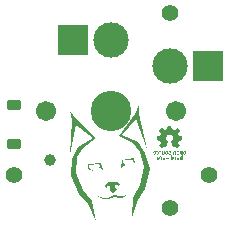
<source format=gbr>
%TF.GenerationSoftware,KiCad,Pcbnew,9.0.5*%
%TF.CreationDate,2025-10-08T11:55:14+08:00*%
%TF.ProjectId,snowshoe-choc,736e6f77-7368-46f6-952d-63686f632e6b,rev?*%
%TF.SameCoordinates,Original*%
%TF.FileFunction,Soldermask,Bot*%
%TF.FilePolarity,Negative*%
%FSLAX46Y46*%
G04 Gerber Fmt 4.6, Leading zero omitted, Abs format (unit mm)*
G04 Created by KiCad (PCBNEW 9.0.5) date 2025-10-08 11:55:14*
%MOMM*%
%LPD*%
G01*
G04 APERTURE LIST*
G04 Aperture macros list*
%AMRoundRect*
0 Rectangle with rounded corners*
0 $1 Rounding radius*
0 $2 $3 $4 $5 $6 $7 $8 $9 X,Y pos of 4 corners*
0 Add a 4 corners polygon primitive as box body*
4,1,4,$2,$3,$4,$5,$6,$7,$8,$9,$2,$3,0*
0 Add four circle primitives for the rounded corners*
1,1,$1+$1,$2,$3*
1,1,$1+$1,$4,$5*
1,1,$1+$1,$6,$7*
1,1,$1+$1,$8,$9*
0 Add four rect primitives between the rounded corners*
20,1,$1+$1,$2,$3,$4,$5,0*
20,1,$1+$1,$4,$5,$6,$7,0*
20,1,$1+$1,$6,$7,$8,$9,0*
20,1,$1+$1,$8,$9,$2,$3,0*%
G04 Aperture macros list end*
%ADD10C,0.000000*%
%ADD11C,1.400000*%
%ADD12C,1.701800*%
%ADD13C,3.000000*%
%ADD14C,3.429000*%
%ADD15C,0.990600*%
%ADD16R,2.500000X2.600000*%
%ADD17RoundRect,0.225000X0.375000X-0.225000X0.375000X0.225000X-0.375000X0.225000X-0.375000X-0.225000X0*%
G04 APERTURE END LIST*
D10*
G36*
X111048724Y-69187433D02*
G01*
X110990463Y-69187433D01*
X110990463Y-69014911D01*
X110990390Y-69011262D01*
X110990173Y-69007711D01*
X110989816Y-69004260D01*
X110989321Y-69000910D01*
X110988693Y-68997661D01*
X110987933Y-68994516D01*
X110987046Y-68991475D01*
X110986035Y-68988539D01*
X110984902Y-68985710D01*
X110983651Y-68982988D01*
X110982285Y-68980376D01*
X110980808Y-68977873D01*
X110979223Y-68975481D01*
X110977532Y-68973201D01*
X110975740Y-68971035D01*
X110973849Y-68968983D01*
X110971862Y-68967047D01*
X110969783Y-68965227D01*
X110967615Y-68963525D01*
X110965362Y-68961943D01*
X110963025Y-68960480D01*
X110960610Y-68959139D01*
X110958118Y-68957919D01*
X110955553Y-68956824D01*
X110952919Y-68955853D01*
X110950218Y-68955008D01*
X110947454Y-68954290D01*
X110944630Y-68953699D01*
X110941749Y-68953238D01*
X110938814Y-68952908D01*
X110935829Y-68952709D01*
X110932797Y-68952642D01*
X110929766Y-68952709D01*
X110926785Y-68952908D01*
X110923858Y-68953238D01*
X110920986Y-68953699D01*
X110918174Y-68954290D01*
X110915423Y-68955008D01*
X110912738Y-68955853D01*
X110910121Y-68956824D01*
X110907575Y-68957919D01*
X110905104Y-68959139D01*
X110902709Y-68960480D01*
X110900395Y-68961943D01*
X110898165Y-68963525D01*
X110896020Y-68965227D01*
X110893966Y-68967047D01*
X110892003Y-68968983D01*
X110890136Y-68971035D01*
X110888368Y-68973201D01*
X110886701Y-68975481D01*
X110885138Y-68977873D01*
X110883683Y-68980376D01*
X110882339Y-68982988D01*
X110881108Y-68985710D01*
X110879995Y-68988539D01*
X110879000Y-68991475D01*
X110878129Y-68994516D01*
X110877383Y-68997661D01*
X110876766Y-69000910D01*
X110876281Y-69004260D01*
X110875931Y-69007711D01*
X110875718Y-69011262D01*
X110875647Y-69014911D01*
X110875647Y-69187433D01*
X110817386Y-69187433D01*
X110817386Y-68994909D01*
X110817534Y-68988842D01*
X110817974Y-68982956D01*
X110818693Y-68977252D01*
X110819682Y-68971731D01*
X110820930Y-68966394D01*
X110822426Y-68961241D01*
X110824160Y-68956274D01*
X110826121Y-68951492D01*
X110828299Y-68946896D01*
X110830683Y-68942488D01*
X110833263Y-68938268D01*
X110836027Y-68934237D01*
X110838966Y-68930395D01*
X110842069Y-68926743D01*
X110845325Y-68923283D01*
X110848724Y-68920014D01*
X110852255Y-68916937D01*
X110855908Y-68914054D01*
X110859672Y-68911365D01*
X110863536Y-68908870D01*
X110867490Y-68906570D01*
X110871524Y-68904467D01*
X110875627Y-68902561D01*
X110879787Y-68900852D01*
X110883996Y-68899341D01*
X110888242Y-68898029D01*
X110892514Y-68896918D01*
X110896803Y-68896006D01*
X110901096Y-68895296D01*
X110905385Y-68894788D01*
X110909659Y-68894483D01*
X110913906Y-68894381D01*
X110919634Y-68894515D01*
X110925251Y-68894918D01*
X110930755Y-68895590D01*
X110936142Y-68896529D01*
X110941408Y-68897737D01*
X110946551Y-68899213D01*
X110951566Y-68900957D01*
X110956451Y-68902968D01*
X110961201Y-68905247D01*
X110965815Y-68907793D01*
X110970288Y-68910606D01*
X110974616Y-68913686D01*
X110978798Y-68917032D01*
X110982828Y-68920645D01*
X110986704Y-68924525D01*
X110990423Y-68928671D01*
X110990225Y-68699158D01*
X110986133Y-68702937D01*
X110981995Y-68706545D01*
X110977803Y-68709971D01*
X110973551Y-68713205D01*
X110969232Y-68716238D01*
X110964839Y-68719059D01*
X110960366Y-68721659D01*
X110955806Y-68724027D01*
X110951151Y-68726154D01*
X110946396Y-68728029D01*
X110941534Y-68729644D01*
X110936557Y-68730987D01*
X110931460Y-68732049D01*
X110926234Y-68732819D01*
X110920875Y-68733289D01*
X110915374Y-68733448D01*
X110912083Y-68733401D01*
X110908849Y-68733263D01*
X110905671Y-68733035D01*
X110902550Y-68732718D01*
X110899484Y-68732316D01*
X110896475Y-68731829D01*
X110893522Y-68731259D01*
X110890625Y-68730610D01*
X110887783Y-68729881D01*
X110884997Y-68729076D01*
X110882267Y-68728196D01*
X110879593Y-68727242D01*
X110876974Y-68726218D01*
X110874411Y-68725125D01*
X110869451Y-68722737D01*
X110864711Y-68720095D01*
X110860192Y-68717214D01*
X110855892Y-68714109D01*
X110851811Y-68710794D01*
X110847949Y-68707285D01*
X110844304Y-68703598D01*
X110840877Y-68699746D01*
X110837666Y-68695745D01*
X110834799Y-68691910D01*
X110832190Y-68688046D01*
X110829829Y-68684073D01*
X110827706Y-68679908D01*
X110825811Y-68675471D01*
X110824133Y-68670681D01*
X110822662Y-68665457D01*
X110821389Y-68659718D01*
X110820303Y-68653383D01*
X110819395Y-68646370D01*
X110818654Y-68638599D01*
X110818071Y-68629989D01*
X110817335Y-68609926D01*
X110817108Y-68585533D01*
X110817108Y-68585493D01*
X110875409Y-68585493D01*
X110875454Y-68593838D01*
X110875639Y-68602132D01*
X110876034Y-68610306D01*
X110876712Y-68618293D01*
X110877745Y-68626028D01*
X110878417Y-68629779D01*
X110879205Y-68633441D01*
X110880118Y-68637007D01*
X110881164Y-68640467D01*
X110882353Y-68643814D01*
X110883693Y-68647038D01*
X110885195Y-68650132D01*
X110886866Y-68653088D01*
X110888715Y-68655896D01*
X110890753Y-68658548D01*
X110892987Y-68661037D01*
X110895426Y-68663353D01*
X110898081Y-68665488D01*
X110900959Y-68667434D01*
X110904069Y-68669183D01*
X110907422Y-68670725D01*
X110911025Y-68672054D01*
X110914887Y-68673159D01*
X110919019Y-68674034D01*
X110923428Y-68674669D01*
X110928123Y-68675056D01*
X110933114Y-68675187D01*
X110938055Y-68675049D01*
X110942703Y-68674644D01*
X110947068Y-68673980D01*
X110951158Y-68673066D01*
X110954982Y-68671914D01*
X110958549Y-68670531D01*
X110961869Y-68668929D01*
X110964949Y-68667116D01*
X110967799Y-68665102D01*
X110970427Y-68662897D01*
X110972843Y-68660510D01*
X110975056Y-68657952D01*
X110977074Y-68655231D01*
X110978906Y-68652357D01*
X110980562Y-68649340D01*
X110982049Y-68646190D01*
X110983377Y-68642916D01*
X110984556Y-68639528D01*
X110986497Y-68632447D01*
X110987945Y-68625025D01*
X110988970Y-68617339D01*
X110989643Y-68609466D01*
X110990036Y-68601482D01*
X110990264Y-68585493D01*
X110990225Y-68577514D01*
X110990058Y-68569480D01*
X110989690Y-68561469D01*
X110989048Y-68553560D01*
X110988057Y-68545832D01*
X110987407Y-68542060D01*
X110986644Y-68538363D01*
X110985756Y-68534751D01*
X110984735Y-68531232D01*
X110983572Y-68527818D01*
X110982257Y-68524518D01*
X110980782Y-68521342D01*
X110979137Y-68518299D01*
X110977313Y-68515400D01*
X110975300Y-68512655D01*
X110973090Y-68510072D01*
X110970673Y-68507662D01*
X110968041Y-68505436D01*
X110965183Y-68503401D01*
X110962091Y-68501570D01*
X110958756Y-68499950D01*
X110955167Y-68498553D01*
X110951317Y-68497388D01*
X110947196Y-68496465D01*
X110942795Y-68495793D01*
X110938104Y-68495383D01*
X110933114Y-68495244D01*
X110928123Y-68495376D01*
X110923428Y-68495768D01*
X110919019Y-68496411D01*
X110914887Y-68497295D01*
X110911025Y-68498413D01*
X110907422Y-68499757D01*
X110904069Y-68501316D01*
X110900959Y-68503083D01*
X110898081Y-68505050D01*
X110895426Y-68507207D01*
X110892987Y-68509546D01*
X110890753Y-68512058D01*
X110888715Y-68514735D01*
X110886866Y-68517569D01*
X110885195Y-68520550D01*
X110883693Y-68523670D01*
X110882353Y-68526920D01*
X110881164Y-68530293D01*
X110879205Y-68537369D01*
X110877745Y-68544830D01*
X110876712Y-68552606D01*
X110876034Y-68560629D01*
X110875639Y-68568830D01*
X110875409Y-68585493D01*
X110817108Y-68585493D01*
X110817163Y-68572748D01*
X110817335Y-68561116D01*
X110817634Y-68550556D01*
X110818071Y-68540989D01*
X110818654Y-68532336D01*
X110819395Y-68524517D01*
X110820303Y-68517453D01*
X110821389Y-68511064D01*
X110822662Y-68505271D01*
X110823372Y-68502573D01*
X110824133Y-68499994D01*
X110824945Y-68497524D01*
X110825811Y-68495154D01*
X110826731Y-68492873D01*
X110827706Y-68490671D01*
X110829829Y-68486467D01*
X110832190Y-68482460D01*
X110834799Y-68478573D01*
X110837666Y-68474725D01*
X110840883Y-68470724D01*
X110844316Y-68466872D01*
X110847964Y-68463184D01*
X110851828Y-68459676D01*
X110855910Y-68456361D01*
X110860209Y-68453256D01*
X110864728Y-68450374D01*
X110869466Y-68447733D01*
X110874424Y-68445345D01*
X110879604Y-68443227D01*
X110885005Y-68441394D01*
X110890630Y-68439860D01*
X110896479Y-68438641D01*
X110902551Y-68437752D01*
X110908850Y-68437207D01*
X110915374Y-68437022D01*
X110920912Y-68437181D01*
X110926374Y-68437649D01*
X110931752Y-68438417D01*
X110937037Y-68439474D01*
X110942221Y-68440808D01*
X110947296Y-68442409D01*
X110952254Y-68444266D01*
X110957086Y-68446368D01*
X110961783Y-68448705D01*
X110966339Y-68451265D01*
X110970744Y-68454038D01*
X110974991Y-68457013D01*
X110979070Y-68460179D01*
X110982975Y-68463526D01*
X110986696Y-68467042D01*
X110990225Y-68470717D01*
X110990225Y-68440435D01*
X111048724Y-68440435D01*
X111048724Y-68585493D01*
X111048724Y-69187433D01*
G37*
G36*
X109605607Y-69102343D02*
G01*
X109605497Y-69107021D01*
X109605168Y-69111624D01*
X109604622Y-69116147D01*
X109603861Y-69120585D01*
X109602887Y-69124933D01*
X109601702Y-69129187D01*
X109600308Y-69133341D01*
X109598707Y-69137392D01*
X109596901Y-69141333D01*
X109594892Y-69145161D01*
X109592682Y-69148870D01*
X109590272Y-69152456D01*
X109587666Y-69155914D01*
X109584865Y-69159239D01*
X109581870Y-69162427D01*
X109578684Y-69165471D01*
X109575309Y-69168369D01*
X109571747Y-69171114D01*
X109568000Y-69173703D01*
X109564069Y-69176129D01*
X109559957Y-69178389D01*
X109555666Y-69180478D01*
X109551198Y-69182391D01*
X109546554Y-69184123D01*
X109541737Y-69185669D01*
X109536749Y-69187024D01*
X109531591Y-69188184D01*
X109526266Y-69189144D01*
X109520776Y-69189899D01*
X109515122Y-69190444D01*
X109509307Y-69190775D01*
X109503333Y-69190886D01*
X109496168Y-69190779D01*
X109489441Y-69190455D01*
X109483136Y-69189912D01*
X109477236Y-69189148D01*
X109471723Y-69188159D01*
X109466581Y-69186943D01*
X109461794Y-69185499D01*
X109457345Y-69183822D01*
X109453216Y-69181911D01*
X109449392Y-69179763D01*
X109445855Y-69177376D01*
X109442588Y-69174746D01*
X109439576Y-69171872D01*
X109436801Y-69168750D01*
X109434246Y-69165379D01*
X109431895Y-69161756D01*
X109430784Y-69161756D01*
X109430784Y-69187473D01*
X109430744Y-69187473D01*
X109372483Y-69187473D01*
X109372483Y-69064640D01*
X109430744Y-69064640D01*
X109430744Y-69085793D01*
X109430793Y-69089911D01*
X109430942Y-69093801D01*
X109431193Y-69097469D01*
X109431550Y-69100921D01*
X109432015Y-69104164D01*
X109432592Y-69107205D01*
X109433282Y-69110049D01*
X109434089Y-69112704D01*
X109435016Y-69115175D01*
X109436065Y-69117469D01*
X109437240Y-69119592D01*
X109438542Y-69121551D01*
X109439976Y-69123352D01*
X109441543Y-69125002D01*
X109443247Y-69126506D01*
X109445091Y-69127872D01*
X109447077Y-69129105D01*
X109449208Y-69130213D01*
X109451487Y-69131201D01*
X109453917Y-69132076D01*
X109456501Y-69132844D01*
X109459241Y-69133512D01*
X109462140Y-69134085D01*
X109465202Y-69134572D01*
X109471822Y-69135307D01*
X109479126Y-69135769D01*
X109487135Y-69136009D01*
X109495871Y-69136077D01*
X109502982Y-69135880D01*
X109509543Y-69135303D01*
X109515567Y-69134367D01*
X109521067Y-69133095D01*
X109523625Y-69132340D01*
X109526055Y-69131509D01*
X109528361Y-69130604D01*
X109530544Y-69129629D01*
X109532605Y-69128586D01*
X109534546Y-69127479D01*
X109536369Y-69126309D01*
X109538074Y-69125079D01*
X109539664Y-69123792D01*
X109541140Y-69122452D01*
X109542503Y-69121060D01*
X109543756Y-69119619D01*
X109544900Y-69118132D01*
X109545936Y-69116602D01*
X109546866Y-69115032D01*
X109547691Y-69113424D01*
X109549035Y-69110105D01*
X109549979Y-69106668D01*
X109550536Y-69103134D01*
X109550719Y-69099525D01*
X109550673Y-69097564D01*
X109550531Y-69095647D01*
X109550296Y-69093777D01*
X109549965Y-69091953D01*
X109549539Y-69090177D01*
X109549017Y-69088451D01*
X109548399Y-69086775D01*
X109547685Y-69085150D01*
X109546873Y-69083579D01*
X109545963Y-69082061D01*
X109544956Y-69080598D01*
X109543851Y-69079191D01*
X109542646Y-69077842D01*
X109541343Y-69076551D01*
X109539939Y-69075320D01*
X109538436Y-69074150D01*
X109536832Y-69073042D01*
X109535128Y-69071997D01*
X109533322Y-69071016D01*
X109531414Y-69070100D01*
X109529405Y-69069251D01*
X109527292Y-69068470D01*
X109525077Y-69067758D01*
X109522758Y-69067116D01*
X109520336Y-69066545D01*
X109517809Y-69066047D01*
X109515178Y-69065622D01*
X109512441Y-69065271D01*
X109509599Y-69064997D01*
X109506651Y-69064799D01*
X109503597Y-69064680D01*
X109500435Y-69064640D01*
X109430744Y-69064640D01*
X109372483Y-69064640D01*
X109372483Y-68989829D01*
X109372626Y-68983274D01*
X109373052Y-68976992D01*
X109373756Y-68970979D01*
X109374733Y-68965230D01*
X109375979Y-68959743D01*
X109377488Y-68954512D01*
X109379255Y-68949532D01*
X109381275Y-68944801D01*
X109383545Y-68940312D01*
X109386057Y-68936063D01*
X109388809Y-68932049D01*
X109391794Y-68928265D01*
X109395008Y-68924708D01*
X109398446Y-68921372D01*
X109402103Y-68918255D01*
X109405974Y-68915351D01*
X109410054Y-68912655D01*
X109414339Y-68910165D01*
X109418823Y-68907876D01*
X109423501Y-68905783D01*
X109428369Y-68903882D01*
X109433421Y-68902168D01*
X109438653Y-68900638D01*
X109444060Y-68899288D01*
X109449636Y-68898112D01*
X109455378Y-68897107D01*
X109467336Y-68895591D01*
X109479894Y-68894707D01*
X109493014Y-68894420D01*
X109501021Y-68894556D01*
X109508763Y-68894970D01*
X109516242Y-68895675D01*
X109523462Y-68896682D01*
X109530423Y-68898004D01*
X109537129Y-68899653D01*
X109543583Y-68901639D01*
X109549787Y-68903975D01*
X109555743Y-68906673D01*
X109561455Y-68909745D01*
X109566924Y-68913202D01*
X109572153Y-68917057D01*
X109577145Y-68921321D01*
X109581903Y-68926006D01*
X109586428Y-68931125D01*
X109590724Y-68936688D01*
X109545004Y-68971533D01*
X109544029Y-68970013D01*
X109543028Y-68968556D01*
X109541999Y-68967159D01*
X109540940Y-68965823D01*
X109539849Y-68964547D01*
X109538724Y-68963329D01*
X109537563Y-68962170D01*
X109536362Y-68961066D01*
X109535121Y-68960019D01*
X109533837Y-68959027D01*
X109532507Y-68958089D01*
X109531130Y-68957203D01*
X109529703Y-68956370D01*
X109528224Y-68955589D01*
X109526691Y-68954857D01*
X109525101Y-68954175D01*
X109523453Y-68953542D01*
X109521744Y-68952956D01*
X109519972Y-68952416D01*
X109518135Y-68951923D01*
X109516230Y-68951474D01*
X109514256Y-68951069D01*
X109512210Y-68950707D01*
X109510089Y-68950387D01*
X109505618Y-68949869D01*
X109500824Y-68949509D01*
X109495689Y-68949298D01*
X109490196Y-68949229D01*
X109482655Y-68949345D01*
X109475667Y-68949700D01*
X109469224Y-68950307D01*
X109463316Y-68951177D01*
X109457933Y-68952321D01*
X109453067Y-68953752D01*
X109448709Y-68955480D01*
X109446717Y-68956460D01*
X109444848Y-68957519D01*
X109443102Y-68958658D01*
X109441476Y-68959879D01*
X109439971Y-68961183D01*
X109438584Y-68962571D01*
X109437315Y-68964046D01*
X109436162Y-68965609D01*
X109435125Y-68967261D01*
X109434201Y-68969003D01*
X109433391Y-68970837D01*
X109432692Y-68972765D01*
X109432104Y-68974788D01*
X109431626Y-68976907D01*
X109431256Y-68979124D01*
X109430993Y-68981440D01*
X109430784Y-68986377D01*
X109430784Y-69016658D01*
X109511349Y-69016658D01*
X109517095Y-69016773D01*
X109522663Y-69017112D01*
X109528054Y-69017671D01*
X109533266Y-69018443D01*
X109538301Y-69019423D01*
X109543156Y-69020603D01*
X109547833Y-69021979D01*
X109552330Y-69023544D01*
X109556648Y-69025293D01*
X109560786Y-69027219D01*
X109564743Y-69029316D01*
X109568520Y-69031578D01*
X109572116Y-69034000D01*
X109575531Y-69036575D01*
X109578764Y-69039298D01*
X109581815Y-69042162D01*
X109584683Y-69045162D01*
X109587369Y-69048291D01*
X109589872Y-69051543D01*
X109592192Y-69054913D01*
X109594328Y-69058395D01*
X109596280Y-69061982D01*
X109598047Y-69065669D01*
X109599630Y-69069449D01*
X109601029Y-69073317D01*
X109602241Y-69077267D01*
X109603268Y-69081292D01*
X109604109Y-69085387D01*
X109604764Y-69089545D01*
X109605232Y-69093762D01*
X109605513Y-69098030D01*
X109605546Y-69099525D01*
X109605607Y-69102343D01*
G37*
G36*
X109727130Y-69100637D02*
G01*
X109728321Y-69100637D01*
X109794004Y-68897873D01*
X109836271Y-68897873D01*
X109901954Y-69100637D01*
X109903105Y-69100637D01*
X109958508Y-68897873D01*
X110020183Y-68897873D01*
X109927671Y-69187473D01*
X109876236Y-69187473D01*
X109815713Y-68984670D01*
X109814562Y-68984670D01*
X109753999Y-69187473D01*
X109702564Y-69187473D01*
X109610052Y-68897873D01*
X109671766Y-68897873D01*
X109727130Y-69100637D01*
G37*
G36*
X111336906Y-68596272D02*
G01*
X111336578Y-68606754D01*
X111336025Y-68616442D01*
X111335240Y-68625394D01*
X111334217Y-68633666D01*
X111332952Y-68641317D01*
X111331437Y-68648404D01*
X111329667Y-68654986D01*
X111327636Y-68661119D01*
X111325338Y-68666861D01*
X111322768Y-68672270D01*
X111319919Y-68677404D01*
X111316786Y-68682320D01*
X111313362Y-68687077D01*
X111309643Y-68691731D01*
X111305621Y-68696340D01*
X111302493Y-68699674D01*
X111299099Y-68703016D01*
X111295429Y-68706337D01*
X111291471Y-68709605D01*
X111287216Y-68712790D01*
X111282651Y-68715860D01*
X111277767Y-68718784D01*
X111272552Y-68721532D01*
X111269817Y-68722830D01*
X111266995Y-68724072D01*
X111264086Y-68725254D01*
X111261087Y-68726374D01*
X111257997Y-68727426D01*
X111254815Y-68728406D01*
X111251540Y-68729312D01*
X111248170Y-68730139D01*
X111244704Y-68730883D01*
X111241140Y-68731540D01*
X111237477Y-68732107D01*
X111233714Y-68732579D01*
X111229850Y-68732953D01*
X111225883Y-68733225D01*
X111221811Y-68733391D01*
X111217634Y-68733448D01*
X111209386Y-68733225D01*
X111201555Y-68732579D01*
X111194132Y-68731540D01*
X111187104Y-68730139D01*
X111180461Y-68728406D01*
X111174192Y-68726374D01*
X111168286Y-68724072D01*
X111162731Y-68721531D01*
X111157518Y-68718784D01*
X111152634Y-68715860D01*
X111148070Y-68712790D01*
X111143813Y-68709605D01*
X111139854Y-68706337D01*
X111136180Y-68703016D01*
X111132781Y-68699674D01*
X111129647Y-68696340D01*
X111125625Y-68691731D01*
X111121904Y-68687077D01*
X111118478Y-68682320D01*
X111115343Y-68677404D01*
X111112491Y-68672270D01*
X111109917Y-68666861D01*
X111107616Y-68661119D01*
X111105581Y-68654986D01*
X111103808Y-68648404D01*
X111102289Y-68641317D01*
X111101020Y-68633666D01*
X111099995Y-68625394D01*
X111099207Y-68616442D01*
X111098652Y-68606754D01*
X111098323Y-68596272D01*
X111098219Y-68585493D01*
X111156515Y-68585493D01*
X111156683Y-68599780D01*
X111156902Y-68605984D01*
X111157218Y-68611628D01*
X111157639Y-68616763D01*
X111158169Y-68621439D01*
X111158814Y-68625706D01*
X111159581Y-68629615D01*
X111160476Y-68633217D01*
X111161503Y-68636560D01*
X111162670Y-68639697D01*
X111163983Y-68642676D01*
X111165446Y-68645549D01*
X111167067Y-68648366D01*
X111168850Y-68651178D01*
X111170803Y-68654033D01*
X111171635Y-68655148D01*
X111172522Y-68656246D01*
X111174457Y-68658383D01*
X111176597Y-68660436D01*
X111178929Y-68662395D01*
X111181442Y-68664250D01*
X111184124Y-68665993D01*
X111186963Y-68667615D01*
X111189947Y-68669105D01*
X111193065Y-68670454D01*
X111196304Y-68671654D01*
X111199653Y-68672695D01*
X111203100Y-68673567D01*
X111206634Y-68674262D01*
X111210242Y-68674769D01*
X111213912Y-68675081D01*
X111217634Y-68675187D01*
X111221356Y-68675081D01*
X111225026Y-68674771D01*
X111228634Y-68674265D01*
X111232168Y-68673573D01*
X111235615Y-68672703D01*
X111238964Y-68671664D01*
X111242203Y-68670467D01*
X111245321Y-68669120D01*
X111248305Y-68667631D01*
X111251144Y-68666011D01*
X111253826Y-68664268D01*
X111256339Y-68662412D01*
X111258671Y-68660451D01*
X111260811Y-68658395D01*
X111262746Y-68656253D01*
X111264465Y-68654033D01*
X111266418Y-68651177D01*
X111268201Y-68648365D01*
X111269822Y-68645546D01*
X111271285Y-68642668D01*
X111272598Y-68639680D01*
X111273765Y-68636531D01*
X111274792Y-68633170D01*
X111275687Y-68629546D01*
X111276454Y-68625607D01*
X111277099Y-68621303D01*
X111277629Y-68616583D01*
X111278050Y-68611394D01*
X111278366Y-68605686D01*
X111278585Y-68599408D01*
X111278712Y-68592509D01*
X111278753Y-68584937D01*
X111278583Y-68570489D01*
X111278363Y-68564236D01*
X111278044Y-68558562D01*
X111277621Y-68553413D01*
X111277089Y-68548737D01*
X111276441Y-68544480D01*
X111275672Y-68540592D01*
X111274776Y-68537018D01*
X111273747Y-68533706D01*
X111272580Y-68530604D01*
X111271269Y-68527659D01*
X111269807Y-68524818D01*
X111268190Y-68522030D01*
X111266411Y-68519240D01*
X111264465Y-68516397D01*
X111263633Y-68515282D01*
X111262746Y-68514184D01*
X111260812Y-68512047D01*
X111258674Y-68509994D01*
X111256344Y-68508035D01*
X111253834Y-68506180D01*
X111251154Y-68504437D01*
X111248318Y-68502816D01*
X111245336Y-68501326D01*
X111242220Y-68499976D01*
X111238982Y-68498776D01*
X111235633Y-68497736D01*
X111232184Y-68496863D01*
X111228649Y-68496169D01*
X111225038Y-68495661D01*
X111221362Y-68495349D01*
X111217634Y-68495243D01*
X111213906Y-68495349D01*
X111210230Y-68495659D01*
X111206619Y-68496165D01*
X111203084Y-68496858D01*
X111199635Y-68497728D01*
X111196286Y-68498766D01*
X111193048Y-68499963D01*
X111189932Y-68501311D01*
X111186950Y-68502799D01*
X111184114Y-68504419D01*
X111181434Y-68506162D01*
X111178924Y-68508019D01*
X111176594Y-68509979D01*
X111174456Y-68512035D01*
X111172522Y-68514178D01*
X111170803Y-68516397D01*
X111168850Y-68519246D01*
X111167067Y-68522053D01*
X111165446Y-68524870D01*
X111163983Y-68527746D01*
X111162670Y-68530733D01*
X111161503Y-68533882D01*
X111160476Y-68537244D01*
X111159581Y-68540869D01*
X111158814Y-68544810D01*
X111158169Y-68549116D01*
X111157639Y-68553840D01*
X111157218Y-68559031D01*
X111156902Y-68564740D01*
X111156683Y-68571020D01*
X111156556Y-68577921D01*
X111156515Y-68585493D01*
X111098219Y-68585493D01*
X111098214Y-68584937D01*
X111098322Y-68573609D01*
X111098650Y-68563144D01*
X111099204Y-68553484D01*
X111099989Y-68544568D01*
X111101012Y-68536338D01*
X111102279Y-68528735D01*
X111103795Y-68521699D01*
X111105566Y-68515171D01*
X111107599Y-68509092D01*
X111109900Y-68503403D01*
X111112473Y-68498044D01*
X111115326Y-68492956D01*
X111118464Y-68488080D01*
X111121892Y-68483356D01*
X111125618Y-68478726D01*
X111129647Y-68474130D01*
X111132775Y-68470795D01*
X111136169Y-68467451D01*
X111139839Y-68464129D01*
X111143797Y-68460858D01*
X111148052Y-68457670D01*
X111152617Y-68454597D01*
X111157501Y-68451670D01*
X111162716Y-68448918D01*
X111165451Y-68447618D01*
X111168273Y-68446374D01*
X111171182Y-68445190D01*
X111174181Y-68444069D01*
X111177271Y-68443015D01*
X111180453Y-68442033D01*
X111183728Y-68441126D01*
X111187098Y-68440297D01*
X111190564Y-68439552D01*
X111194128Y-68438894D01*
X111197791Y-68438326D01*
X111201554Y-68437852D01*
X111205418Y-68437478D01*
X111209385Y-68437205D01*
X111213457Y-68437039D01*
X111217634Y-68436982D01*
X111225883Y-68437205D01*
X111233714Y-68437852D01*
X111241140Y-68438894D01*
X111248170Y-68440297D01*
X111254815Y-68442033D01*
X111261087Y-68444069D01*
X111266995Y-68446374D01*
X111272552Y-68448918D01*
X111277767Y-68451670D01*
X111282651Y-68454597D01*
X111287216Y-68457671D01*
X111291471Y-68460858D01*
X111295429Y-68464129D01*
X111299099Y-68467451D01*
X111302493Y-68470795D01*
X111305621Y-68474130D01*
X111309643Y-68478738D01*
X111313362Y-68483390D01*
X111316786Y-68488142D01*
X111319919Y-68493051D01*
X111322768Y-68498173D01*
X111325338Y-68503567D01*
X111327636Y-68509288D01*
X111329667Y-68515395D01*
X111331437Y-68521943D01*
X111332952Y-68528990D01*
X111334217Y-68536593D01*
X111335240Y-68544808D01*
X111336025Y-68553693D01*
X111336578Y-68563305D01*
X111336906Y-68573701D01*
X111337014Y-68584937D01*
X111336906Y-68596272D01*
G37*
G36*
X110777131Y-68565832D02*
G01*
X110777673Y-68575721D01*
X110777857Y-68586048D01*
X110777657Y-68596922D01*
X110777066Y-68607278D01*
X110776100Y-68617129D01*
X110774772Y-68626485D01*
X110773097Y-68635357D01*
X110771089Y-68643757D01*
X110768762Y-68651696D01*
X110766132Y-68659186D01*
X110763213Y-68666237D01*
X110760018Y-68672861D01*
X110756563Y-68679070D01*
X110752861Y-68684874D01*
X110748928Y-68690285D01*
X110744778Y-68695315D01*
X110740424Y-68699973D01*
X110735882Y-68704273D01*
X110731166Y-68708224D01*
X110726291Y-68711838D01*
X110721270Y-68715128D01*
X110716118Y-68718103D01*
X110710850Y-68720775D01*
X110705480Y-68723156D01*
X110694493Y-68727087D01*
X110683270Y-68729988D01*
X110671928Y-68731948D01*
X110660583Y-68733058D01*
X110649349Y-68733408D01*
X110642086Y-68733246D01*
X110634874Y-68732755D01*
X110627722Y-68731926D01*
X110620642Y-68730751D01*
X110613642Y-68729221D01*
X110606732Y-68727328D01*
X110599924Y-68725064D01*
X110593226Y-68722420D01*
X110586648Y-68719387D01*
X110580201Y-68715958D01*
X110573894Y-68712123D01*
X110567737Y-68707875D01*
X110561740Y-68703205D01*
X110555914Y-68698104D01*
X110550268Y-68692564D01*
X110544812Y-68686577D01*
X110587079Y-68650620D01*
X110590372Y-68653852D01*
X110593812Y-68656906D01*
X110597387Y-68659779D01*
X110601084Y-68662466D01*
X110604892Y-68664962D01*
X110608797Y-68667264D01*
X110612787Y-68669367D01*
X110616850Y-68671267D01*
X110620972Y-68672960D01*
X110625142Y-68674441D01*
X110629347Y-68675706D01*
X110633575Y-68676751D01*
X110637812Y-68677570D01*
X110642047Y-68678161D01*
X110646267Y-68678519D01*
X110650460Y-68678639D01*
X110654178Y-68678569D01*
X110657829Y-68678358D01*
X110661410Y-68678007D01*
X110664916Y-68677515D01*
X110668346Y-68676883D01*
X110671696Y-68676111D01*
X110674961Y-68675199D01*
X110678140Y-68674147D01*
X110681227Y-68672955D01*
X110684222Y-68671623D01*
X110687119Y-68670152D01*
X110689915Y-68668541D01*
X110692608Y-68666791D01*
X110695193Y-68664902D01*
X110697668Y-68662873D01*
X110700030Y-68660706D01*
X110702274Y-68658399D01*
X110704397Y-68655954D01*
X110706397Y-68653370D01*
X110708269Y-68650647D01*
X110710011Y-68647786D01*
X110711618Y-68644786D01*
X110713089Y-68641648D01*
X110714419Y-68638372D01*
X110715605Y-68634958D01*
X110716644Y-68631406D01*
X110717532Y-68627716D01*
X110718266Y-68623888D01*
X110718843Y-68619923D01*
X110719259Y-68615820D01*
X110719511Y-68611580D01*
X110719596Y-68607202D01*
X110539097Y-68607202D01*
X110539097Y-68559259D01*
X110597358Y-68559259D01*
X110719596Y-68559259D01*
X110719416Y-68555194D01*
X110719096Y-68551249D01*
X110718637Y-68547426D01*
X110718044Y-68543725D01*
X110717318Y-68540148D01*
X110716463Y-68536693D01*
X110715481Y-68533362D01*
X110714377Y-68530155D01*
X110713151Y-68527074D01*
X110711809Y-68524117D01*
X110710351Y-68521287D01*
X110708782Y-68518583D01*
X110707105Y-68516005D01*
X110705321Y-68513555D01*
X110703435Y-68511233D01*
X110701448Y-68509040D01*
X110699365Y-68506975D01*
X110697188Y-68505040D01*
X110694920Y-68503235D01*
X110692563Y-68501560D01*
X110690121Y-68500017D01*
X110687597Y-68498604D01*
X110684994Y-68497324D01*
X110682314Y-68496177D01*
X110679561Y-68495162D01*
X110676737Y-68494281D01*
X110673846Y-68493535D01*
X110670889Y-68492923D01*
X110667872Y-68492445D01*
X110664795Y-68492104D01*
X110661662Y-68491899D01*
X110658477Y-68491830D01*
X110655293Y-68491899D01*
X110652165Y-68492104D01*
X110649095Y-68492445D01*
X110646087Y-68492923D01*
X110643142Y-68493535D01*
X110640264Y-68494281D01*
X110637455Y-68495162D01*
X110634718Y-68496177D01*
X110632055Y-68497324D01*
X110629468Y-68498604D01*
X110626962Y-68500017D01*
X110624537Y-68501560D01*
X110622197Y-68503235D01*
X110619945Y-68505040D01*
X110617783Y-68506975D01*
X110615714Y-68509040D01*
X110613739Y-68511234D01*
X110611863Y-68513555D01*
X110610088Y-68516005D01*
X110608416Y-68518583D01*
X110606849Y-68521287D01*
X110605391Y-68524117D01*
X110604044Y-68527074D01*
X110602811Y-68530156D01*
X110601695Y-68533362D01*
X110600697Y-68536693D01*
X110599821Y-68540148D01*
X110599069Y-68543725D01*
X110598445Y-68547426D01*
X110597949Y-68551249D01*
X110597586Y-68555194D01*
X110597358Y-68559259D01*
X110539097Y-68559259D01*
X110539097Y-68559220D01*
X110539258Y-68552283D01*
X110539735Y-68545511D01*
X110540519Y-68538907D01*
X110541602Y-68532475D01*
X110542976Y-68526218D01*
X110544632Y-68520140D01*
X110546560Y-68514245D01*
X110548753Y-68508536D01*
X110551203Y-68503017D01*
X110553899Y-68497692D01*
X110556835Y-68492564D01*
X110560001Y-68487637D01*
X110563388Y-68482915D01*
X110566989Y-68478401D01*
X110570794Y-68474099D01*
X110574796Y-68470012D01*
X110578985Y-68466145D01*
X110583352Y-68462501D01*
X110587890Y-68459083D01*
X110592590Y-68455896D01*
X110597442Y-68452942D01*
X110602440Y-68450227D01*
X110607573Y-68447752D01*
X110612834Y-68445522D01*
X110618213Y-68443541D01*
X110623703Y-68441813D01*
X110629295Y-68440340D01*
X110634979Y-68439127D01*
X110640748Y-68438177D01*
X110646593Y-68437493D01*
X110652506Y-68437081D01*
X110658477Y-68436942D01*
X110669046Y-68437381D01*
X110679684Y-68438735D01*
X110684997Y-68439773D01*
X110690288Y-68441061D01*
X110695545Y-68442607D01*
X110700755Y-68444418D01*
X110705904Y-68446501D01*
X110710979Y-68448863D01*
X110715968Y-68451512D01*
X110720858Y-68454454D01*
X110725636Y-68457697D01*
X110730289Y-68461248D01*
X110734803Y-68465114D01*
X110739166Y-68469303D01*
X110743366Y-68473821D01*
X110747388Y-68478676D01*
X110751220Y-68483875D01*
X110754850Y-68489426D01*
X110758263Y-68495335D01*
X110761448Y-68501609D01*
X110764391Y-68508256D01*
X110767079Y-68515284D01*
X110769499Y-68522698D01*
X110771639Y-68530507D01*
X110773485Y-68538718D01*
X110775024Y-68547338D01*
X110776244Y-68556373D01*
X110776515Y-68559259D01*
X110777131Y-68565832D01*
G37*
G36*
X109179376Y-68894554D02*
G01*
X109184992Y-68894956D01*
X109190490Y-68895626D01*
X109195867Y-68896563D01*
X109201117Y-68897769D01*
X109206235Y-68899242D01*
X109211216Y-68900983D01*
X109216054Y-68902993D01*
X109220746Y-68905270D01*
X109225286Y-68907815D01*
X109229669Y-68910628D01*
X109233890Y-68913708D01*
X109237944Y-68917057D01*
X109241826Y-68920673D01*
X109245531Y-68924558D01*
X109249055Y-68928710D01*
X109250205Y-68928710D01*
X109250205Y-68897873D01*
X109308467Y-68897873D01*
X109308467Y-69187473D01*
X109308427Y-69187473D01*
X109250166Y-69187473D01*
X109250166Y-69013245D01*
X109250085Y-69009356D01*
X109249845Y-69005605D01*
X109249451Y-69001993D01*
X109248908Y-68998518D01*
X109248221Y-68995179D01*
X109247396Y-68991975D01*
X109246436Y-68988904D01*
X109245348Y-68985967D01*
X109244136Y-68983161D01*
X109242805Y-68980486D01*
X109241360Y-68977941D01*
X109239806Y-68975525D01*
X109238149Y-68973236D01*
X109236393Y-68971075D01*
X109234543Y-68969039D01*
X109232604Y-68967128D01*
X109230582Y-68965340D01*
X109228481Y-68963675D01*
X109226306Y-68962132D01*
X109224063Y-68960710D01*
X109221756Y-68959407D01*
X109219390Y-68958223D01*
X109216971Y-68957156D01*
X109214503Y-68956206D01*
X109209441Y-68954652D01*
X109204246Y-68953552D01*
X109198956Y-68952898D01*
X109193611Y-68952681D01*
X109190880Y-68952729D01*
X109188256Y-68952874D01*
X109185727Y-68953119D01*
X109183280Y-68953468D01*
X109180901Y-68953925D01*
X109178576Y-68954492D01*
X109176292Y-68955173D01*
X109174035Y-68955971D01*
X109171793Y-68956889D01*
X109169551Y-68957931D01*
X109167296Y-68959100D01*
X109165014Y-68960400D01*
X109162692Y-68961833D01*
X109160317Y-68963404D01*
X109157875Y-68965114D01*
X109155352Y-68966969D01*
X109113085Y-68916685D01*
X109116425Y-68914178D01*
X109119809Y-68911797D01*
X109123241Y-68909546D01*
X109126723Y-68907430D01*
X109130259Y-68905454D01*
X109133852Y-68903623D01*
X109137506Y-68901943D01*
X109141224Y-68900418D01*
X109145008Y-68899053D01*
X109148863Y-68897855D01*
X109152791Y-68896826D01*
X109156796Y-68895973D01*
X109160881Y-68895301D01*
X109165049Y-68894815D01*
X109169304Y-68894520D01*
X109173648Y-68894420D01*
X109179376Y-68894554D01*
G37*
G36*
X110084891Y-66271529D02*
G01*
X110085503Y-66271574D01*
X110086111Y-66271649D01*
X110086716Y-66271753D01*
X110087317Y-66271884D01*
X110087911Y-66272043D01*
X110088500Y-66272228D01*
X110089081Y-66272439D01*
X110090217Y-66272935D01*
X110091312Y-66273525D01*
X110092359Y-66274202D01*
X110093351Y-66274961D01*
X110094281Y-66275796D01*
X110095140Y-66276701D01*
X110095921Y-66277670D01*
X110096280Y-66278176D01*
X110096618Y-66278696D01*
X110096932Y-66279229D01*
X110097222Y-66279775D01*
X110097487Y-66280331D01*
X110097726Y-66280899D01*
X110097939Y-66281476D01*
X110098124Y-66282063D01*
X110098280Y-66282658D01*
X110098407Y-66283261D01*
X110149445Y-66557501D01*
X110149731Y-66558719D01*
X110150124Y-66559941D01*
X110150617Y-66561159D01*
X110151202Y-66562365D01*
X110151874Y-66563551D01*
X110152625Y-66564710D01*
X110153448Y-66565833D01*
X110154336Y-66566912D01*
X110155283Y-66567940D01*
X110156282Y-66568908D01*
X110157326Y-66569809D01*
X110158408Y-66570634D01*
X110159521Y-66571375D01*
X110160658Y-66572025D01*
X110161813Y-66572576D01*
X110162978Y-66573019D01*
X110346811Y-66648267D01*
X110347957Y-66648768D01*
X110349172Y-66649187D01*
X110350445Y-66649523D01*
X110351765Y-66649779D01*
X110353121Y-66649953D01*
X110354503Y-66650049D01*
X110355901Y-66650065D01*
X110357303Y-66650003D01*
X110358699Y-66649864D01*
X110360078Y-66649649D01*
X110361431Y-66649358D01*
X110362745Y-66648992D01*
X110364010Y-66648553D01*
X110365216Y-66648040D01*
X110366353Y-66647455D01*
X110367409Y-66646798D01*
X110596524Y-66489556D01*
X110597042Y-66489220D01*
X110597575Y-66488909D01*
X110598123Y-66488625D01*
X110598683Y-66488367D01*
X110599255Y-66488134D01*
X110599838Y-66487927D01*
X110601030Y-66487591D01*
X110602251Y-66487356D01*
X110603491Y-66487222D01*
X110604740Y-66487189D01*
X110605990Y-66487255D01*
X110607230Y-66487419D01*
X110608452Y-66487681D01*
X110609645Y-66488041D01*
X110610801Y-66488496D01*
X110611910Y-66489047D01*
X110612443Y-66489358D01*
X110612962Y-66489692D01*
X110613464Y-66490050D01*
X110613949Y-66490431D01*
X110614414Y-66490835D01*
X110614860Y-66491263D01*
X110807821Y-66684224D01*
X110808245Y-66684669D01*
X110808646Y-66685135D01*
X110809025Y-66685619D01*
X110809380Y-66686122D01*
X110809713Y-66686640D01*
X110810022Y-66687174D01*
X110810308Y-66687722D01*
X110810571Y-66688283D01*
X110810810Y-66688856D01*
X110811025Y-66689439D01*
X110811385Y-66690632D01*
X110811648Y-66691854D01*
X110811814Y-66693094D01*
X110811882Y-66694343D01*
X110811851Y-66695593D01*
X110811720Y-66696833D01*
X110811616Y-66697446D01*
X110811487Y-66698053D01*
X110811333Y-66698654D01*
X110811153Y-66699246D01*
X110810947Y-66699829D01*
X110810715Y-66700401D01*
X110810458Y-66700961D01*
X110810174Y-66701508D01*
X110809864Y-66702041D01*
X110809527Y-66702559D01*
X110655024Y-66927746D01*
X110654368Y-66928808D01*
X110653786Y-66929948D01*
X110653277Y-66931155D01*
X110652844Y-66932420D01*
X110652486Y-66933731D01*
X110652205Y-66935079D01*
X110652000Y-66936453D01*
X110651873Y-66937842D01*
X110651825Y-66939236D01*
X110651857Y-66940625D01*
X110651968Y-66941998D01*
X110652161Y-66943345D01*
X110652435Y-66944656D01*
X110652791Y-66945920D01*
X110653230Y-66947126D01*
X110653754Y-66948265D01*
X110735034Y-67137891D01*
X110735249Y-67138475D01*
X110735492Y-67139057D01*
X110735762Y-67139636D01*
X110736057Y-67140211D01*
X110736722Y-67141348D01*
X110737478Y-67142461D01*
X110738316Y-67143542D01*
X110739230Y-67144585D01*
X110740210Y-67145583D01*
X110741250Y-67146528D01*
X110742340Y-67147415D01*
X110743472Y-67148235D01*
X110744639Y-67148983D01*
X110745833Y-67149651D01*
X110747045Y-67150232D01*
X110748267Y-67150719D01*
X110748880Y-67150925D01*
X110749492Y-67151106D01*
X110750102Y-67151259D01*
X110750710Y-67151385D01*
X111015862Y-67200677D01*
X111016465Y-67200807D01*
X111017060Y-67200966D01*
X111017647Y-67201154D01*
X111018224Y-67201369D01*
X111018792Y-67201610D01*
X111019349Y-67201877D01*
X111019894Y-67202168D01*
X111020427Y-67202483D01*
X111020947Y-67202821D01*
X111021454Y-67203181D01*
X111021945Y-67203562D01*
X111022422Y-67203964D01*
X111022883Y-67204384D01*
X111023327Y-67204823D01*
X111023754Y-67205279D01*
X111024162Y-67205752D01*
X111024551Y-67206241D01*
X111024921Y-67206744D01*
X111025270Y-67207261D01*
X111025599Y-67207792D01*
X111025905Y-67208334D01*
X111026188Y-67208888D01*
X111026448Y-67209452D01*
X111026684Y-67210025D01*
X111026895Y-67210607D01*
X111027080Y-67211197D01*
X111027239Y-67211793D01*
X111027370Y-67212396D01*
X111027474Y-67213003D01*
X111027549Y-67213614D01*
X111027595Y-67214229D01*
X111027610Y-67214845D01*
X111027610Y-67487737D01*
X111027594Y-67488354D01*
X111027549Y-67488968D01*
X111027473Y-67489580D01*
X111027369Y-67490188D01*
X111027236Y-67490791D01*
X111027076Y-67491389D01*
X111026890Y-67491979D01*
X111026678Y-67492562D01*
X111026441Y-67493137D01*
X111026179Y-67493702D01*
X111025586Y-67494801D01*
X111024905Y-67495851D01*
X111024142Y-67496845D01*
X111023303Y-67497776D01*
X111022395Y-67498636D01*
X111021423Y-67499418D01*
X111020915Y-67499778D01*
X111020394Y-67500115D01*
X111019859Y-67500430D01*
X111019313Y-67500720D01*
X111018755Y-67500985D01*
X111018186Y-67501225D01*
X111017608Y-67501437D01*
X111017021Y-67501622D01*
X111016426Y-67501778D01*
X111015823Y-67501905D01*
X110757179Y-67550046D01*
X110756572Y-67550172D01*
X110755963Y-67550326D01*
X110754743Y-67550716D01*
X110753530Y-67551207D01*
X110752329Y-67551794D01*
X110751150Y-67552468D01*
X110750000Y-67553223D01*
X110748887Y-67554052D01*
X110747818Y-67554948D01*
X110746802Y-67555903D01*
X110745846Y-67556910D01*
X110744959Y-67557963D01*
X110744148Y-67559054D01*
X110743420Y-67560176D01*
X110742785Y-67561323D01*
X110742249Y-67562486D01*
X110741820Y-67563659D01*
X110661056Y-67765351D01*
X110660555Y-67766497D01*
X110660136Y-67767711D01*
X110659800Y-67768982D01*
X110659546Y-67770299D01*
X110659372Y-67771653D01*
X110659279Y-67773033D01*
X110659265Y-67774428D01*
X110659330Y-67775828D01*
X110659473Y-67777223D01*
X110659693Y-67778601D01*
X110659991Y-67779953D01*
X110660364Y-67781268D01*
X110660813Y-67782535D01*
X110661336Y-67783745D01*
X110661933Y-67784886D01*
X110662604Y-67785949D01*
X110809527Y-68000023D01*
X110809860Y-68000541D01*
X110810167Y-68001074D01*
X110810448Y-68001621D01*
X110810704Y-68002181D01*
X110810934Y-68002754D01*
X110811138Y-68003336D01*
X110811471Y-68004529D01*
X110811702Y-68005750D01*
X110811833Y-68006990D01*
X110811866Y-68008239D01*
X110811799Y-68009488D01*
X110811635Y-68010729D01*
X110811374Y-68011950D01*
X110811017Y-68013144D01*
X110810565Y-68014299D01*
X110810019Y-68015408D01*
X110809710Y-68015942D01*
X110809378Y-68016461D01*
X110809023Y-68016963D01*
X110808645Y-68017447D01*
X110808244Y-68017913D01*
X110807821Y-68018359D01*
X110614820Y-68211319D01*
X110614375Y-68211743D01*
X110613909Y-68212144D01*
X110613424Y-68212522D01*
X110612922Y-68212877D01*
X110612404Y-68213209D01*
X110611870Y-68213517D01*
X110611322Y-68213802D01*
X110610761Y-68214064D01*
X110610188Y-68214302D01*
X110609605Y-68214516D01*
X110608412Y-68214873D01*
X110607190Y-68215134D01*
X110605950Y-68215298D01*
X110604701Y-68215364D01*
X110603451Y-68215332D01*
X110602211Y-68215201D01*
X110600990Y-68214969D01*
X110600390Y-68214816D01*
X110599798Y-68214637D01*
X110599215Y-68214432D01*
X110598643Y-68214203D01*
X110598083Y-68213947D01*
X110597536Y-68213666D01*
X110597002Y-68213359D01*
X110596485Y-68213026D01*
X110386181Y-68068682D01*
X110385120Y-68068030D01*
X110383986Y-68067457D01*
X110382787Y-68066964D01*
X110381535Y-68066551D01*
X110380238Y-68066219D01*
X110378908Y-68065968D01*
X110377555Y-68065798D01*
X110376189Y-68065711D01*
X110374820Y-68065705D01*
X110373459Y-68065783D01*
X110372115Y-68065943D01*
X110370799Y-68066188D01*
X110369521Y-68066516D01*
X110368292Y-68066928D01*
X110367121Y-68067425D01*
X110366019Y-68068008D01*
X110273270Y-68117538D01*
X110272716Y-68117804D01*
X110272158Y-68118039D01*
X110271596Y-68118241D01*
X110271031Y-68118412D01*
X110270464Y-68118552D01*
X110269896Y-68118662D01*
X110269329Y-68118741D01*
X110268762Y-68118790D01*
X110268197Y-68118809D01*
X110267636Y-68118799D01*
X110267078Y-68118761D01*
X110266526Y-68118694D01*
X110265979Y-68118598D01*
X110265439Y-68118475D01*
X110264907Y-68118325D01*
X110264385Y-68118148D01*
X110263872Y-68117944D01*
X110263369Y-68117714D01*
X110262879Y-68117458D01*
X110262402Y-68117176D01*
X110261938Y-68116869D01*
X110261489Y-68116538D01*
X110261056Y-68116182D01*
X110260640Y-68115802D01*
X110260241Y-68115398D01*
X110259861Y-68114971D01*
X110259501Y-68114522D01*
X110259161Y-68114049D01*
X110258844Y-68113555D01*
X110258548Y-68113038D01*
X110258277Y-68112500D01*
X110258030Y-68111942D01*
X110066815Y-67649860D01*
X110066592Y-67649286D01*
X110066398Y-67648703D01*
X110066233Y-67648112D01*
X110066097Y-67647515D01*
X110065989Y-67646912D01*
X110065909Y-67646305D01*
X110065831Y-67645081D01*
X110065861Y-67643853D01*
X110065994Y-67642629D01*
X110066229Y-67641419D01*
X110066562Y-67640231D01*
X110066991Y-67639074D01*
X110067512Y-67637957D01*
X110068122Y-67636890D01*
X110068819Y-67635880D01*
X110069599Y-67634936D01*
X110070020Y-67634493D01*
X110070460Y-67634069D01*
X110070920Y-67633666D01*
X110071398Y-67633286D01*
X110071896Y-67632929D01*
X110072411Y-67632596D01*
X110095629Y-67618388D01*
X110097303Y-67617323D01*
X110099089Y-67616108D01*
X110100955Y-67614771D01*
X110102866Y-67613338D01*
X110104791Y-67611833D01*
X110106696Y-67610284D01*
X110108547Y-67608717D01*
X110110313Y-67607156D01*
X110125677Y-67596639D01*
X110140340Y-67585220D01*
X110154261Y-67572939D01*
X110167401Y-67559837D01*
X110179720Y-67545951D01*
X110191177Y-67531324D01*
X110201733Y-67515993D01*
X110211347Y-67500000D01*
X110219981Y-67483384D01*
X110223917Y-67474854D01*
X110227593Y-67466184D01*
X110231003Y-67457377D01*
X110234143Y-67448440D01*
X110237008Y-67439377D01*
X110239592Y-67430192D01*
X110241892Y-67420892D01*
X110243900Y-67411481D01*
X110245614Y-67401963D01*
X110247027Y-67392344D01*
X110248135Y-67382630D01*
X110248932Y-67372824D01*
X110249415Y-67362932D01*
X110249576Y-67352958D01*
X110249184Y-67337427D01*
X110248018Y-67322100D01*
X110246099Y-67306996D01*
X110243444Y-67292133D01*
X110240074Y-67277532D01*
X110236007Y-67263211D01*
X110231262Y-67249188D01*
X110225858Y-67235483D01*
X110219813Y-67222115D01*
X110213148Y-67209103D01*
X110205881Y-67196465D01*
X110198030Y-67184220D01*
X110189616Y-67172389D01*
X110180656Y-67160989D01*
X110171170Y-67150039D01*
X110161177Y-67139558D01*
X110150696Y-67129566D01*
X110139746Y-67120082D01*
X110128345Y-67111123D01*
X110116513Y-67102710D01*
X110104268Y-67094861D01*
X110091631Y-67087595D01*
X110078618Y-67080931D01*
X110065251Y-67074888D01*
X110051547Y-67069485D01*
X110037525Y-67064740D01*
X110023205Y-67060674D01*
X110008606Y-67057305D01*
X109993746Y-67054651D01*
X109978644Y-67052732D01*
X109963320Y-67051567D01*
X109947793Y-67051174D01*
X109932265Y-67051567D01*
X109916941Y-67052733D01*
X109901839Y-67054652D01*
X109886979Y-67057306D01*
X109872380Y-67060677D01*
X109858060Y-67064744D01*
X109844038Y-67069489D01*
X109830334Y-67074893D01*
X109816967Y-67080937D01*
X109803955Y-67087603D01*
X109791317Y-67094870D01*
X109779072Y-67102720D01*
X109767240Y-67111135D01*
X109755839Y-67120094D01*
X109744889Y-67129580D01*
X109734408Y-67139573D01*
X109724415Y-67150055D01*
X109714929Y-67161005D01*
X109705969Y-67172406D01*
X109697555Y-67184238D01*
X109689704Y-67196482D01*
X109682437Y-67209120D01*
X109675772Y-67222132D01*
X109669728Y-67235500D01*
X109664323Y-67249204D01*
X109659578Y-67263225D01*
X109655511Y-67277545D01*
X109652141Y-67292145D01*
X109649487Y-67307005D01*
X109647567Y-67322106D01*
X109646402Y-67337430D01*
X109646009Y-67352958D01*
X109646653Y-67372824D01*
X109648558Y-67392346D01*
X109651685Y-67411484D01*
X109655993Y-67430198D01*
X109661442Y-67448448D01*
X109667993Y-67466194D01*
X109675604Y-67483397D01*
X109684238Y-67500015D01*
X109693852Y-67516010D01*
X109704408Y-67531341D01*
X109715866Y-67545969D01*
X109728184Y-67559853D01*
X109741324Y-67572954D01*
X109755245Y-67585232D01*
X109769908Y-67596646D01*
X109785272Y-67607156D01*
X109787025Y-67608717D01*
X109788866Y-67610284D01*
X109790764Y-67611833D01*
X109792684Y-67613338D01*
X109794593Y-67614772D01*
X109796457Y-67616108D01*
X109798243Y-67617323D01*
X109799917Y-67618388D01*
X109823134Y-67632596D01*
X109823650Y-67632932D01*
X109824147Y-67633292D01*
X109824626Y-67633675D01*
X109825085Y-67634080D01*
X109825526Y-67634506D01*
X109825946Y-67634951D01*
X109826347Y-67635415D01*
X109826726Y-67635896D01*
X109827085Y-67636394D01*
X109827423Y-67636907D01*
X109827739Y-67637434D01*
X109828034Y-67637975D01*
X109828305Y-67638527D01*
X109828555Y-67639091D01*
X109828781Y-67639664D01*
X109828983Y-67640246D01*
X109829162Y-67640836D01*
X109829316Y-67641432D01*
X109829446Y-67642034D01*
X109829551Y-67642640D01*
X109829631Y-67643249D01*
X109829685Y-67643861D01*
X109829713Y-67644474D01*
X109829714Y-67645087D01*
X109829689Y-67645698D01*
X109829636Y-67646308D01*
X109829556Y-67646914D01*
X109829448Y-67647517D01*
X109829312Y-67648113D01*
X109829147Y-67648704D01*
X109828953Y-67649286D01*
X109828730Y-67649860D01*
X109637516Y-68111942D01*
X109637269Y-68112500D01*
X109636997Y-68113038D01*
X109636702Y-68113555D01*
X109636384Y-68114049D01*
X109636044Y-68114522D01*
X109635684Y-68114971D01*
X109635304Y-68115398D01*
X109634906Y-68115802D01*
X109634489Y-68116182D01*
X109634056Y-68116538D01*
X109633607Y-68116869D01*
X109633144Y-68117176D01*
X109632666Y-68117458D01*
X109632176Y-68117714D01*
X109631674Y-68117944D01*
X109631161Y-68118148D01*
X109630638Y-68118325D01*
X109630106Y-68118475D01*
X109629566Y-68118598D01*
X109629020Y-68118694D01*
X109628467Y-68118761D01*
X109627910Y-68118799D01*
X109627348Y-68118809D01*
X109626783Y-68118790D01*
X109626217Y-68118741D01*
X109625649Y-68118662D01*
X109625081Y-68118552D01*
X109624514Y-68118412D01*
X109623949Y-68118241D01*
X109623387Y-68118039D01*
X109622829Y-68117804D01*
X109622276Y-68117538D01*
X109529526Y-68068008D01*
X109528424Y-68067432D01*
X109527253Y-68066939D01*
X109526024Y-68066530D01*
X109524746Y-68066204D01*
X109523430Y-68065961D01*
X109522087Y-68065800D01*
X109520725Y-68065722D01*
X109519356Y-68065726D01*
X109517990Y-68065811D01*
X109516637Y-68065978D01*
X109515307Y-68066227D01*
X109514011Y-68066557D01*
X109512758Y-68066967D01*
X109511559Y-68067459D01*
X109510425Y-68068030D01*
X109509365Y-68068682D01*
X109299061Y-68213026D01*
X109298543Y-68213359D01*
X109298010Y-68213666D01*
X109297463Y-68213947D01*
X109296902Y-68214203D01*
X109296330Y-68214432D01*
X109295748Y-68214637D01*
X109294556Y-68214969D01*
X109293335Y-68215201D01*
X109292096Y-68215332D01*
X109290848Y-68215364D01*
X109289600Y-68215298D01*
X109288362Y-68215134D01*
X109287143Y-68214873D01*
X109285953Y-68214516D01*
X109284801Y-68214064D01*
X109283697Y-68213517D01*
X109283166Y-68213209D01*
X109282650Y-68212877D01*
X109282151Y-68212522D01*
X109281669Y-68212144D01*
X109281207Y-68211743D01*
X109280765Y-68211319D01*
X109087765Y-68018359D01*
X109087340Y-68017913D01*
X109086939Y-68017447D01*
X109086561Y-68016962D01*
X109086205Y-68016459D01*
X109085872Y-68015940D01*
X109085563Y-68015405D01*
X109085277Y-68014856D01*
X109085014Y-68014294D01*
X109084775Y-68013720D01*
X109084560Y-68013135D01*
X109084200Y-68011940D01*
X109083937Y-68010716D01*
X109083771Y-68009474D01*
X109083703Y-68008222D01*
X109083734Y-68006972D01*
X109083865Y-68005732D01*
X109083969Y-68005119D01*
X109084098Y-68004512D01*
X109084252Y-68003912D01*
X109084432Y-68003321D01*
X109084638Y-68002740D01*
X109084870Y-68002170D01*
X109085127Y-68001612D01*
X109085411Y-68001067D01*
X109085721Y-68000537D01*
X109086058Y-68000023D01*
X109232981Y-67785949D01*
X109233638Y-67784886D01*
X109234224Y-67783745D01*
X109234739Y-67782535D01*
X109235181Y-67781268D01*
X109235550Y-67779953D01*
X109235844Y-67778601D01*
X109236063Y-67777223D01*
X109236206Y-67775828D01*
X109236271Y-67774428D01*
X109236258Y-67773033D01*
X109236167Y-67771653D01*
X109235995Y-67770299D01*
X109235742Y-67768982D01*
X109235408Y-67767711D01*
X109234990Y-67766497D01*
X109234489Y-67765351D01*
X109153725Y-67563659D01*
X109153525Y-67563072D01*
X109153297Y-67562486D01*
X109152763Y-67561323D01*
X109152129Y-67560176D01*
X109151404Y-67559054D01*
X109150595Y-67557963D01*
X109149710Y-67556910D01*
X109148757Y-67555903D01*
X109147743Y-67554948D01*
X109146676Y-67554052D01*
X109145563Y-67553223D01*
X109144413Y-67552468D01*
X109143233Y-67551794D01*
X109142031Y-67551207D01*
X109140814Y-67550716D01*
X109140202Y-67550508D01*
X109139590Y-67550326D01*
X109138977Y-67550172D01*
X109138366Y-67550046D01*
X108879723Y-67501905D01*
X108879120Y-67501778D01*
X108878525Y-67501622D01*
X108877938Y-67501437D01*
X108877361Y-67501225D01*
X108876793Y-67500985D01*
X108876237Y-67500720D01*
X108875691Y-67500430D01*
X108875158Y-67500116D01*
X108874638Y-67499778D01*
X108874132Y-67499418D01*
X108873640Y-67499037D01*
X108873163Y-67498636D01*
X108872702Y-67498215D01*
X108872258Y-67497776D01*
X108871832Y-67497319D01*
X108871423Y-67496845D01*
X108871034Y-67496355D01*
X108870664Y-67495851D01*
X108870315Y-67495332D01*
X108869987Y-67494801D01*
X108869681Y-67494257D01*
X108869397Y-67493702D01*
X108869137Y-67493137D01*
X108868901Y-67492562D01*
X108868690Y-67491979D01*
X108868505Y-67491389D01*
X108868346Y-67490791D01*
X108868215Y-67490188D01*
X108868111Y-67489580D01*
X108868036Y-67488968D01*
X108867991Y-67488354D01*
X108867975Y-67487737D01*
X108867975Y-67214845D01*
X108867987Y-67214229D01*
X108868029Y-67213614D01*
X108868101Y-67213003D01*
X108868202Y-67212396D01*
X108868331Y-67211793D01*
X108868487Y-67211197D01*
X108868670Y-67210607D01*
X108868878Y-67210025D01*
X108869112Y-67209452D01*
X108869370Y-67208888D01*
X108869957Y-67207792D01*
X108870631Y-67206744D01*
X108871388Y-67205752D01*
X108872222Y-67204823D01*
X108873125Y-67203964D01*
X108874093Y-67203181D01*
X108874599Y-67202821D01*
X108875119Y-67202483D01*
X108875652Y-67202168D01*
X108876197Y-67201877D01*
X108876754Y-67201610D01*
X108877321Y-67201369D01*
X108877899Y-67201154D01*
X108878485Y-67200966D01*
X108879080Y-67200807D01*
X108879683Y-67200677D01*
X108879882Y-67200677D01*
X109145034Y-67151385D01*
X109146252Y-67151106D01*
X109147477Y-67150719D01*
X109148699Y-67150232D01*
X109149911Y-67149651D01*
X109151105Y-67148983D01*
X109152272Y-67148235D01*
X109153404Y-67147415D01*
X109154494Y-67146528D01*
X109155534Y-67145583D01*
X109156514Y-67144585D01*
X109157428Y-67143542D01*
X109158266Y-67142461D01*
X109159022Y-67141348D01*
X109159687Y-67140211D01*
X109160252Y-67139057D01*
X109160711Y-67137891D01*
X109241990Y-66948265D01*
X109242514Y-66947126D01*
X109242955Y-66945921D01*
X109243313Y-66944659D01*
X109243588Y-66943351D01*
X109243783Y-66942006D01*
X109243896Y-66940635D01*
X109243928Y-66939249D01*
X109243880Y-66937857D01*
X109243753Y-66936469D01*
X109243547Y-66935096D01*
X109243263Y-66933749D01*
X109242900Y-66932437D01*
X109242460Y-66931170D01*
X109241943Y-66929959D01*
X109241350Y-66928815D01*
X109240681Y-66927746D01*
X109086177Y-66702559D01*
X109085844Y-66702042D01*
X109085537Y-66701509D01*
X109085255Y-66700962D01*
X109084999Y-66700402D01*
X109084768Y-66699831D01*
X109084563Y-66699249D01*
X109084228Y-66698059D01*
X109083994Y-66696841D01*
X109083860Y-66695603D01*
X109083826Y-66694356D01*
X109083890Y-66693109D01*
X109084053Y-66691870D01*
X109084313Y-66690650D01*
X109084669Y-66689456D01*
X109085122Y-66688300D01*
X109085671Y-66687189D01*
X109085981Y-66686653D01*
X109086314Y-66686133D01*
X109086672Y-66685629D01*
X109087052Y-66685142D01*
X109087456Y-66684673D01*
X109087884Y-66684224D01*
X109280844Y-66491263D01*
X109281290Y-66490839D01*
X109281756Y-66490438D01*
X109282240Y-66490059D01*
X109282742Y-66489703D01*
X109283261Y-66489371D01*
X109283795Y-66489062D01*
X109284342Y-66488775D01*
X109284903Y-66488513D01*
X109285475Y-66488274D01*
X109286058Y-66488058D01*
X109287251Y-66487699D01*
X109288471Y-66487436D01*
X109289710Y-66487269D01*
X109290957Y-66487201D01*
X109292204Y-66487233D01*
X109293440Y-66487364D01*
X109294052Y-66487467D01*
X109294657Y-66487596D01*
X109295256Y-66487751D01*
X109295845Y-66487931D01*
X109296425Y-66488137D01*
X109296995Y-66488368D01*
X109297552Y-66488626D01*
X109298096Y-66488910D01*
X109298626Y-66489220D01*
X109299140Y-66489556D01*
X109528256Y-66646798D01*
X109529319Y-66647462D01*
X109530461Y-66648053D01*
X109531673Y-66648571D01*
X109532942Y-66649015D01*
X109534260Y-66649384D01*
X109535614Y-66649677D01*
X109536995Y-66649893D01*
X109538391Y-66650033D01*
X109539793Y-66650094D01*
X109541189Y-66650076D01*
X109542569Y-66649979D01*
X109543922Y-66649801D01*
X109545238Y-66649541D01*
X109546505Y-66649200D01*
X109547714Y-66648775D01*
X109548854Y-66648267D01*
X109732647Y-66573019D01*
X109733230Y-66572812D01*
X109733812Y-66572576D01*
X109734392Y-66572314D01*
X109734968Y-66572025D01*
X109736107Y-66571375D01*
X109737223Y-66570634D01*
X109738307Y-66569809D01*
X109739353Y-66568908D01*
X109740354Y-66567940D01*
X109741304Y-66566912D01*
X109742194Y-66565833D01*
X109743018Y-66564710D01*
X109743769Y-66563551D01*
X109744440Y-66562365D01*
X109745023Y-66561159D01*
X109745512Y-66559941D01*
X109745720Y-66559330D01*
X109745900Y-66558719D01*
X109746054Y-66558109D01*
X109746180Y-66557501D01*
X109797218Y-66283261D01*
X109797345Y-66282658D01*
X109797501Y-66282063D01*
X109797686Y-66281476D01*
X109797899Y-66280899D01*
X109798138Y-66280331D01*
X109798403Y-66279775D01*
X109798693Y-66279229D01*
X109799007Y-66278696D01*
X109799344Y-66278176D01*
X109799704Y-66277670D01*
X109800084Y-66277178D01*
X109800485Y-66276701D01*
X109800906Y-66276240D01*
X109801344Y-66275796D01*
X109801801Y-66275370D01*
X109802273Y-66274961D01*
X109802762Y-66274572D01*
X109803265Y-66274202D01*
X109803783Y-66273853D01*
X109804313Y-66273525D01*
X109804855Y-66273218D01*
X109805408Y-66272935D01*
X109805972Y-66272675D01*
X109806544Y-66272439D01*
X109807125Y-66272228D01*
X109807714Y-66272043D01*
X109808308Y-66271884D01*
X109808909Y-66271753D01*
X109809514Y-66271649D01*
X109810122Y-66271574D01*
X109810734Y-66271529D01*
X109811347Y-66271513D01*
X110084278Y-66271513D01*
X110084891Y-66271529D01*
G37*
G36*
X108796924Y-68565832D02*
G01*
X108797466Y-68575721D01*
X108797649Y-68586048D01*
X108797449Y-68596922D01*
X108796859Y-68607278D01*
X108795892Y-68617129D01*
X108794564Y-68626485D01*
X108792889Y-68635357D01*
X108790881Y-68643757D01*
X108788554Y-68651696D01*
X108785924Y-68659186D01*
X108783004Y-68666237D01*
X108779809Y-68672861D01*
X108776354Y-68679070D01*
X108772652Y-68684874D01*
X108768718Y-68690285D01*
X108764567Y-68695315D01*
X108760213Y-68699973D01*
X108755670Y-68704273D01*
X108750953Y-68708224D01*
X108746076Y-68711838D01*
X108741054Y-68715128D01*
X108735901Y-68718103D01*
X108730632Y-68720775D01*
X108725260Y-68723156D01*
X108714268Y-68727087D01*
X108703041Y-68729988D01*
X108691694Y-68731948D01*
X108680342Y-68733058D01*
X108669101Y-68733408D01*
X108661838Y-68733246D01*
X108654625Y-68732755D01*
X108647471Y-68731926D01*
X108640389Y-68730751D01*
X108633386Y-68729221D01*
X108626475Y-68727328D01*
X108619664Y-68725064D01*
X108612963Y-68722420D01*
X108606384Y-68719387D01*
X108599936Y-68715958D01*
X108593629Y-68712123D01*
X108587473Y-68707875D01*
X108581478Y-68703205D01*
X108575655Y-68698104D01*
X108570014Y-68692564D01*
X108564564Y-68686577D01*
X108606832Y-68650620D01*
X108610124Y-68653852D01*
X108613564Y-68656906D01*
X108617140Y-68659779D01*
X108620837Y-68662466D01*
X108624645Y-68664962D01*
X108628550Y-68667264D01*
X108632540Y-68669367D01*
X108636602Y-68671267D01*
X108640725Y-68672960D01*
X108644895Y-68674441D01*
X108649100Y-68675706D01*
X108653327Y-68676751D01*
X108657565Y-68677570D01*
X108661800Y-68678161D01*
X108666020Y-68678519D01*
X108670213Y-68678639D01*
X108673931Y-68678569D01*
X108677581Y-68678358D01*
X108681161Y-68678007D01*
X108684667Y-68677515D01*
X108688096Y-68676883D01*
X108691444Y-68676111D01*
X108694709Y-68675199D01*
X108697886Y-68674147D01*
X108700972Y-68672955D01*
X108703965Y-68671623D01*
X108706860Y-68670152D01*
X108709655Y-68668541D01*
X108712346Y-68666791D01*
X108714930Y-68664902D01*
X108717403Y-68662873D01*
X108719762Y-68660706D01*
X108722004Y-68658399D01*
X108724126Y-68655954D01*
X108726124Y-68653370D01*
X108727994Y-68650647D01*
X108729734Y-68647786D01*
X108731340Y-68644786D01*
X108732809Y-68641648D01*
X108734138Y-68638372D01*
X108735323Y-68634958D01*
X108736360Y-68631406D01*
X108737247Y-68627716D01*
X108737980Y-68623888D01*
X108738556Y-68619923D01*
X108738972Y-68615820D01*
X108739224Y-68611580D01*
X108739308Y-68607202D01*
X108558889Y-68607202D01*
X108558889Y-68559259D01*
X108617150Y-68559259D01*
X108739388Y-68559259D01*
X108739212Y-68555194D01*
X108738895Y-68551249D01*
X108738440Y-68547426D01*
X108737849Y-68543725D01*
X108737126Y-68540148D01*
X108736273Y-68536693D01*
X108735294Y-68533362D01*
X108734191Y-68530155D01*
X108732968Y-68527074D01*
X108731626Y-68524117D01*
X108730170Y-68521287D01*
X108728602Y-68518583D01*
X108726925Y-68516005D01*
X108725142Y-68513555D01*
X108723256Y-68511233D01*
X108721270Y-68509040D01*
X108719187Y-68506975D01*
X108717009Y-68505040D01*
X108714740Y-68503235D01*
X108712383Y-68501560D01*
X108709940Y-68500017D01*
X108707415Y-68498604D01*
X108704810Y-68497324D01*
X108702129Y-68496177D01*
X108699373Y-68495162D01*
X108696547Y-68494281D01*
X108693653Y-68493535D01*
X108690695Y-68492923D01*
X108687674Y-68492445D01*
X108684594Y-68492104D01*
X108681458Y-68491899D01*
X108678269Y-68491830D01*
X108675082Y-68491899D01*
X108671951Y-68492104D01*
X108668879Y-68492445D01*
X108665869Y-68492923D01*
X108662924Y-68493535D01*
X108660045Y-68494281D01*
X108657236Y-68495162D01*
X108654499Y-68496177D01*
X108651836Y-68497324D01*
X108649251Y-68498604D01*
X108646745Y-68500017D01*
X108644322Y-68501560D01*
X108641984Y-68503235D01*
X108639734Y-68505040D01*
X108637573Y-68506975D01*
X108635506Y-68509040D01*
X108633533Y-68511234D01*
X108631659Y-68513555D01*
X108629885Y-68516005D01*
X108628215Y-68518583D01*
X108626650Y-68521287D01*
X108625193Y-68524117D01*
X108623847Y-68527074D01*
X108622615Y-68530156D01*
X108621498Y-68533362D01*
X108620500Y-68536693D01*
X108619624Y-68540148D01*
X108618871Y-68543725D01*
X108618245Y-68547426D01*
X108617747Y-68551249D01*
X108617382Y-68555194D01*
X108617150Y-68559259D01*
X108558889Y-68559259D01*
X108558889Y-68559220D01*
X108559050Y-68552283D01*
X108559527Y-68545511D01*
X108560312Y-68538907D01*
X108561396Y-68532475D01*
X108562771Y-68526218D01*
X108564427Y-68520140D01*
X108566357Y-68514245D01*
X108568551Y-68508536D01*
X108571002Y-68503017D01*
X108573699Y-68497692D01*
X108576636Y-68492564D01*
X108579803Y-68487637D01*
X108583192Y-68482915D01*
X108586794Y-68478401D01*
X108590601Y-68474099D01*
X108594603Y-68470012D01*
X108598793Y-68466145D01*
X108603161Y-68462501D01*
X108607699Y-68459083D01*
X108612399Y-68455896D01*
X108617252Y-68452942D01*
X108622250Y-68450227D01*
X108627383Y-68447752D01*
X108632643Y-68445522D01*
X108638021Y-68443541D01*
X108643510Y-68441813D01*
X108649100Y-68440340D01*
X108654783Y-68439127D01*
X108660550Y-68438177D01*
X108666392Y-68437493D01*
X108672302Y-68437081D01*
X108678269Y-68436942D01*
X108688838Y-68437381D01*
X108699477Y-68438735D01*
X108704789Y-68439773D01*
X108710081Y-68441061D01*
X108715338Y-68442607D01*
X108720547Y-68444418D01*
X108725696Y-68446501D01*
X108730771Y-68448863D01*
X108735761Y-68451512D01*
X108740651Y-68454454D01*
X108745428Y-68457697D01*
X108750081Y-68461248D01*
X108754596Y-68465114D01*
X108758959Y-68469303D01*
X108763158Y-68473821D01*
X108767180Y-68478676D01*
X108771013Y-68483875D01*
X108774642Y-68489426D01*
X108778055Y-68495335D01*
X108781240Y-68501609D01*
X108784183Y-68508256D01*
X108786871Y-68515284D01*
X108789291Y-68522698D01*
X108791431Y-68530507D01*
X108793277Y-68538718D01*
X108794816Y-68547338D01*
X108796036Y-68556373D01*
X108796307Y-68559259D01*
X108796924Y-68565832D01*
G37*
G36*
X109111249Y-69023271D02*
G01*
X109111791Y-69033160D01*
X109111974Y-69043487D01*
X109111774Y-69054364D01*
X109111184Y-69064724D01*
X109110217Y-69074577D01*
X109108889Y-69083936D01*
X109107214Y-69092811D01*
X109105206Y-69101214D01*
X109102879Y-69109155D01*
X109100249Y-69116647D01*
X109097329Y-69123700D01*
X109094134Y-69130327D01*
X109090679Y-69136537D01*
X109086977Y-69142343D01*
X109083043Y-69147755D01*
X109078892Y-69152786D01*
X109074538Y-69157445D01*
X109069995Y-69161746D01*
X109065278Y-69165698D01*
X109060401Y-69169313D01*
X109055379Y-69172603D01*
X109050226Y-69175579D01*
X109044957Y-69178252D01*
X109039585Y-69180633D01*
X109028593Y-69184565D01*
X109017366Y-69187466D01*
X109006019Y-69189426D01*
X108994667Y-69190536D01*
X108983426Y-69190886D01*
X108976163Y-69190724D01*
X108968951Y-69190233D01*
X108961800Y-69189404D01*
X108954719Y-69188229D01*
X108947719Y-69186699D01*
X108940810Y-69184806D01*
X108934001Y-69182542D01*
X108927303Y-69179898D01*
X108920726Y-69176865D01*
X108914278Y-69173436D01*
X108907971Y-69169601D01*
X108901815Y-69165353D01*
X108895818Y-69160683D01*
X108889992Y-69155582D01*
X108884346Y-69150042D01*
X108878889Y-69144055D01*
X108921157Y-69108059D01*
X108924450Y-69111297D01*
X108927891Y-69114356D01*
X108931468Y-69117232D01*
X108935168Y-69119921D01*
X108938978Y-69122418D01*
X108942885Y-69124720D01*
X108946878Y-69126822D01*
X108950942Y-69128721D01*
X108955066Y-69130411D01*
X108959237Y-69131890D01*
X108963443Y-69133152D01*
X108967669Y-69134195D01*
X108971905Y-69135012D01*
X108976136Y-69135602D01*
X108980352Y-69135958D01*
X108984538Y-69136078D01*
X108988256Y-69136008D01*
X108991906Y-69135797D01*
X108995486Y-69135445D01*
X108998992Y-69134954D01*
X109002421Y-69134322D01*
X109005769Y-69133550D01*
X109009034Y-69132638D01*
X109012211Y-69131586D01*
X109015297Y-69130394D01*
X109018290Y-69129063D01*
X109021185Y-69127592D01*
X109023980Y-69125982D01*
X109026671Y-69124232D01*
X109029255Y-69122344D01*
X109031728Y-69120316D01*
X109034087Y-69118149D01*
X109036329Y-69115844D01*
X109038451Y-69113399D01*
X109040449Y-69110816D01*
X109042319Y-69108095D01*
X109044059Y-69105235D01*
X109045665Y-69102237D01*
X109047134Y-69099101D01*
X109048463Y-69095827D01*
X109049648Y-69092415D01*
X109050685Y-69088866D01*
X109051572Y-69085178D01*
X109052305Y-69081353D01*
X109052881Y-69077391D01*
X109053297Y-69073291D01*
X109053549Y-69069054D01*
X109053633Y-69064680D01*
X108873254Y-69064680D01*
X108873254Y-69016658D01*
X108931475Y-69016658D01*
X109053713Y-69016658D01*
X109053537Y-69012595D01*
X109053220Y-69008654D01*
X109052765Y-69004834D01*
X109052174Y-69001135D01*
X109051451Y-68997559D01*
X109050598Y-68994106D01*
X109049619Y-68990776D01*
X109048516Y-68987571D01*
X109047293Y-68984489D01*
X109045951Y-68981533D01*
X109044495Y-68978703D01*
X109042927Y-68975998D01*
X109041250Y-68973421D01*
X109039468Y-68970970D01*
X109037582Y-68968648D01*
X109035595Y-68966453D01*
X109033512Y-68964387D01*
X109031334Y-68962451D01*
X109029066Y-68960645D01*
X109026708Y-68958969D01*
X109024265Y-68957424D01*
X109021740Y-68956011D01*
X109019135Y-68954729D01*
X109016454Y-68953581D01*
X109013698Y-68952565D01*
X109010872Y-68951683D01*
X109007978Y-68950935D01*
X109005020Y-68950323D01*
X109001999Y-68949845D01*
X108998919Y-68949503D01*
X108995783Y-68949297D01*
X108992594Y-68949229D01*
X108989407Y-68949297D01*
X108986276Y-68949503D01*
X108983203Y-68949845D01*
X108980193Y-68950323D01*
X108977246Y-68950935D01*
X108974367Y-68951683D01*
X108971556Y-68952565D01*
X108968818Y-68953581D01*
X108966154Y-68954729D01*
X108963568Y-68956011D01*
X108961061Y-68957424D01*
X108958637Y-68958969D01*
X108956297Y-68960645D01*
X108954046Y-68962451D01*
X108951884Y-68964387D01*
X108949816Y-68966453D01*
X108947843Y-68968648D01*
X108945968Y-68970970D01*
X108944193Y-68973421D01*
X108942522Y-68975998D01*
X108940957Y-68978703D01*
X108939500Y-68981533D01*
X108938155Y-68984489D01*
X108936923Y-68987571D01*
X108935807Y-68990776D01*
X108934811Y-68994106D01*
X108933936Y-68997559D01*
X108933185Y-69001135D01*
X108932561Y-69004834D01*
X108932066Y-69008654D01*
X108931703Y-69012595D01*
X108931475Y-69016658D01*
X108873254Y-69016658D01*
X108873415Y-69009725D01*
X108873892Y-69002957D01*
X108874676Y-68996356D01*
X108875759Y-68989927D01*
X108877133Y-68983673D01*
X108878788Y-68977597D01*
X108880717Y-68971704D01*
X108882910Y-68965998D01*
X108885359Y-68960481D01*
X108888055Y-68955157D01*
X108890990Y-68950031D01*
X108894156Y-68945106D01*
X108897543Y-68940385D01*
X108901143Y-68935872D01*
X108904947Y-68931571D01*
X108908948Y-68927485D01*
X108913136Y-68923619D01*
X108917502Y-68919976D01*
X108922039Y-68916559D01*
X108926737Y-68913372D01*
X108931588Y-68910419D01*
X108936584Y-68907704D01*
X108941715Y-68905229D01*
X108946974Y-68903000D01*
X108952351Y-68901019D01*
X108957839Y-68899291D01*
X108963428Y-68897818D01*
X108969110Y-68896605D01*
X108974876Y-68895655D01*
X108980718Y-68894972D01*
X108986627Y-68894559D01*
X108992594Y-68894421D01*
X109003163Y-68894859D01*
X109013802Y-68896211D01*
X109019115Y-68897248D01*
X109024406Y-68898536D01*
X109029663Y-68900080D01*
X109034872Y-68901890D01*
X109040021Y-68903972D01*
X109045096Y-68906332D01*
X109050086Y-68908979D01*
X109054976Y-68911919D01*
X109059754Y-68915161D01*
X109064406Y-68918710D01*
X109068921Y-68922574D01*
X109073284Y-68926761D01*
X109077483Y-68931278D01*
X109081505Y-68936131D01*
X109085338Y-68941328D01*
X109088967Y-68946877D01*
X109092380Y-68952784D01*
X109095565Y-68959057D01*
X109098508Y-68965703D01*
X109101196Y-68972728D01*
X109103616Y-68980142D01*
X109105756Y-68987950D01*
X109107602Y-68996159D01*
X109109141Y-69004778D01*
X109110361Y-69013813D01*
X109110628Y-69016658D01*
X109111249Y-69023271D01*
G37*
G36*
X107367972Y-65280583D02*
G01*
X108007887Y-68247396D01*
X107117939Y-65744844D01*
X105887934Y-67110607D01*
X107261941Y-67642325D01*
X107900051Y-68556824D01*
X108286624Y-69990706D01*
X107878749Y-71607163D01*
X107246837Y-72555842D01*
X106781975Y-74055377D01*
X106826806Y-72381030D01*
X107420626Y-71298819D01*
X107801603Y-69750000D01*
X107470693Y-68477391D01*
X106807911Y-67780669D01*
X105639708Y-67155015D01*
X107052889Y-65301103D01*
X107364422Y-64557865D01*
X107367972Y-65280583D01*
G37*
G36*
X109819891Y-68596272D02*
G01*
X109819562Y-68606754D01*
X109819006Y-68616442D01*
X109818219Y-68625394D01*
X109817193Y-68633666D01*
X109815924Y-68641317D01*
X109814406Y-68648405D01*
X109812632Y-68654986D01*
X109810598Y-68661119D01*
X109808296Y-68666861D01*
X109805723Y-68672270D01*
X109802871Y-68677404D01*
X109799735Y-68682321D01*
X109796310Y-68687077D01*
X109792589Y-68691731D01*
X109788567Y-68696340D01*
X109785439Y-68699674D01*
X109782046Y-68703017D01*
X109778378Y-68706338D01*
X109774423Y-68709606D01*
X109770170Y-68712790D01*
X109765609Y-68715860D01*
X109760728Y-68718784D01*
X109755517Y-68721532D01*
X109752784Y-68722830D01*
X109749964Y-68724072D01*
X109747056Y-68725255D01*
X109744059Y-68726374D01*
X109740971Y-68727426D01*
X109737791Y-68728407D01*
X109734517Y-68729312D01*
X109731149Y-68730139D01*
X109727684Y-68730883D01*
X109724121Y-68731540D01*
X109720460Y-68732107D01*
X109716698Y-68732579D01*
X109712834Y-68732954D01*
X109708867Y-68733226D01*
X109704796Y-68733392D01*
X109700619Y-68733448D01*
X109692370Y-68733226D01*
X109684539Y-68732579D01*
X109677113Y-68731540D01*
X109670083Y-68730139D01*
X109663438Y-68728407D01*
X109657166Y-68726374D01*
X109651258Y-68724072D01*
X109645701Y-68721532D01*
X109640486Y-68718784D01*
X109635602Y-68715860D01*
X109631037Y-68712790D01*
X109626782Y-68709606D01*
X109622824Y-68706338D01*
X109619154Y-68703017D01*
X109615760Y-68699674D01*
X109612632Y-68696340D01*
X109608610Y-68691731D01*
X109604891Y-68687077D01*
X109601467Y-68682321D01*
X109598334Y-68677404D01*
X109595485Y-68672270D01*
X109592915Y-68666861D01*
X109590617Y-68661119D01*
X109588586Y-68654986D01*
X109586816Y-68648405D01*
X109585301Y-68641317D01*
X109584036Y-68633666D01*
X109583013Y-68625394D01*
X109582228Y-68616442D01*
X109581675Y-68606754D01*
X109581347Y-68596272D01*
X109581244Y-68585493D01*
X109639500Y-68585493D01*
X109639668Y-68599780D01*
X109639887Y-68605984D01*
X109640204Y-68611628D01*
X109640624Y-68616763D01*
X109641154Y-68621439D01*
X109641799Y-68625706D01*
X109642566Y-68629615D01*
X109643461Y-68633217D01*
X109644488Y-68636560D01*
X109645655Y-68639697D01*
X109646968Y-68642676D01*
X109648431Y-68645549D01*
X109650052Y-68648366D01*
X109651835Y-68651178D01*
X109653788Y-68654033D01*
X109654620Y-68655148D01*
X109655507Y-68656246D01*
X109657441Y-68658383D01*
X109659579Y-68660436D01*
X109661909Y-68662395D01*
X109664419Y-68664250D01*
X109667099Y-68665993D01*
X109669935Y-68667615D01*
X109672917Y-68669105D01*
X109676033Y-68670454D01*
X109679272Y-68671654D01*
X109682621Y-68672695D01*
X109686069Y-68673567D01*
X109689604Y-68674262D01*
X109693216Y-68674769D01*
X109696891Y-68675081D01*
X109700619Y-68675187D01*
X109704347Y-68675081D01*
X109708023Y-68674771D01*
X109711634Y-68674265D01*
X109715169Y-68673573D01*
X109718616Y-68672703D01*
X109721964Y-68671664D01*
X109725202Y-68670467D01*
X109728316Y-68669120D01*
X109731296Y-68667631D01*
X109734130Y-68666011D01*
X109736806Y-68664268D01*
X109739313Y-68662412D01*
X109741638Y-68660451D01*
X109743771Y-68658395D01*
X109745699Y-68656253D01*
X109747411Y-68654033D01*
X109749363Y-68651177D01*
X109751147Y-68648365D01*
X109752767Y-68645546D01*
X109754231Y-68642668D01*
X109755543Y-68639680D01*
X109756710Y-68636531D01*
X109757738Y-68633170D01*
X109758632Y-68629546D01*
X109759399Y-68625607D01*
X109760045Y-68621303D01*
X109760575Y-68616583D01*
X109760995Y-68611394D01*
X109761311Y-68605686D01*
X109761530Y-68599408D01*
X109761657Y-68592509D01*
X109761698Y-68584937D01*
X109761529Y-68570489D01*
X109761308Y-68564236D01*
X109760989Y-68558562D01*
X109760567Y-68553413D01*
X109760034Y-68548737D01*
X109759386Y-68544480D01*
X109758617Y-68540592D01*
X109757721Y-68537018D01*
X109756693Y-68533706D01*
X109755525Y-68530604D01*
X109754214Y-68527659D01*
X109752753Y-68524818D01*
X109751135Y-68522030D01*
X109749357Y-68519240D01*
X109747411Y-68516397D01*
X109746582Y-68515282D01*
X109745698Y-68514184D01*
X109743769Y-68512047D01*
X109741635Y-68509994D01*
X109739307Y-68508035D01*
X109736798Y-68506180D01*
X109734119Y-68504437D01*
X109731283Y-68502816D01*
X109728301Y-68501326D01*
X109725185Y-68499976D01*
X109721947Y-68498776D01*
X109718599Y-68497736D01*
X109715152Y-68496863D01*
X109711619Y-68496169D01*
X109708011Y-68495661D01*
X109704341Y-68495349D01*
X109700619Y-68495243D01*
X109696898Y-68495349D01*
X109693227Y-68495659D01*
X109689619Y-68496165D01*
X109686085Y-68496858D01*
X109682638Y-68497728D01*
X109679289Y-68498766D01*
X109676050Y-68499963D01*
X109672932Y-68501311D01*
X109669948Y-68502799D01*
X109667109Y-68504419D01*
X109664427Y-68506162D01*
X109661914Y-68508019D01*
X109659582Y-68509979D01*
X109657443Y-68512035D01*
X109655507Y-68514178D01*
X109653788Y-68516397D01*
X109651835Y-68519246D01*
X109650052Y-68522053D01*
X109648431Y-68524870D01*
X109646968Y-68527746D01*
X109645656Y-68530733D01*
X109644488Y-68533882D01*
X109643461Y-68537244D01*
X109642566Y-68540869D01*
X109641799Y-68544810D01*
X109641154Y-68549116D01*
X109640624Y-68553840D01*
X109640204Y-68559031D01*
X109639887Y-68564740D01*
X109639668Y-68571020D01*
X109639541Y-68577921D01*
X109639500Y-68585493D01*
X109581244Y-68585493D01*
X109581239Y-68584937D01*
X109581347Y-68573609D01*
X109581675Y-68563144D01*
X109582228Y-68553484D01*
X109583013Y-68544568D01*
X109584036Y-68536339D01*
X109585301Y-68528735D01*
X109586816Y-68521699D01*
X109588586Y-68515172D01*
X109590617Y-68509093D01*
X109592915Y-68503403D01*
X109595485Y-68498044D01*
X109598334Y-68492956D01*
X109601467Y-68488080D01*
X109604891Y-68483356D01*
X109608610Y-68478726D01*
X109612632Y-68474130D01*
X109615760Y-68470796D01*
X109619152Y-68467452D01*
X109622821Y-68464129D01*
X109626776Y-68460858D01*
X109631029Y-68457671D01*
X109635592Y-68454598D01*
X109640474Y-68451670D01*
X109645687Y-68448918D01*
X109648421Y-68447619D01*
X109651241Y-68446375D01*
X109654150Y-68445190D01*
X109657149Y-68444069D01*
X109660238Y-68443015D01*
X109663420Y-68442033D01*
X109666696Y-68441126D01*
X109670066Y-68440298D01*
X109673534Y-68439552D01*
X109677098Y-68438894D01*
X109680763Y-68438326D01*
X109684527Y-68437853D01*
X109688394Y-68437478D01*
X109692364Y-68437205D01*
X109696438Y-68437039D01*
X109700619Y-68436983D01*
X109708874Y-68437205D01*
X109716709Y-68437853D01*
X109724136Y-68438894D01*
X109731165Y-68440298D01*
X109737809Y-68442033D01*
X109744077Y-68444069D01*
X109749981Y-68446375D01*
X109755532Y-68448919D01*
X109760741Y-68451670D01*
X109765619Y-68454598D01*
X109770178Y-68457671D01*
X109774429Y-68460858D01*
X109778381Y-68464129D01*
X109782048Y-68467452D01*
X109785439Y-68470796D01*
X109788567Y-68474130D01*
X109792589Y-68478739D01*
X109796310Y-68483390D01*
X109799735Y-68488142D01*
X109802871Y-68493051D01*
X109805723Y-68498174D01*
X109808296Y-68503567D01*
X109810598Y-68509289D01*
X109812632Y-68515395D01*
X109814406Y-68521943D01*
X109815924Y-68528990D01*
X109817193Y-68536593D01*
X109818219Y-68544808D01*
X109819006Y-68553694D01*
X109819562Y-68563305D01*
X109819891Y-68573701D01*
X109819999Y-68584937D01*
X109819891Y-68596272D01*
G37*
G36*
X109358433Y-68612917D02*
G01*
X109358505Y-68616563D01*
X109358717Y-68620111D01*
X109359067Y-68623560D01*
X109359553Y-68626908D01*
X109360169Y-68630154D01*
X109360915Y-68633298D01*
X109361787Y-68636338D01*
X109362781Y-68639273D01*
X109363895Y-68642101D01*
X109365125Y-68644823D01*
X109366470Y-68647435D01*
X109367925Y-68649938D01*
X109369487Y-68652331D01*
X109371154Y-68654611D01*
X109372923Y-68656778D01*
X109374790Y-68658831D01*
X109376752Y-68660768D01*
X109378807Y-68662589D01*
X109380951Y-68664292D01*
X109383182Y-68665876D01*
X109385496Y-68667340D01*
X109387890Y-68668682D01*
X109390362Y-68669903D01*
X109392907Y-68670999D01*
X109395524Y-68671971D01*
X109398210Y-68672818D01*
X109400960Y-68673537D01*
X109403773Y-68674128D01*
X109406644Y-68674589D01*
X109409572Y-68674921D01*
X109412553Y-68675120D01*
X109415583Y-68675187D01*
X109418615Y-68675120D01*
X109421600Y-68674921D01*
X109424535Y-68674589D01*
X109427416Y-68674128D01*
X109430240Y-68673537D01*
X109433004Y-68672818D01*
X109435705Y-68671971D01*
X109438340Y-68670999D01*
X109440904Y-68669903D01*
X109443396Y-68668682D01*
X109445812Y-68667340D01*
X109448148Y-68665876D01*
X109450402Y-68664292D01*
X109452570Y-68662589D01*
X109454648Y-68660768D01*
X109456635Y-68658831D01*
X109458526Y-68656778D01*
X109460319Y-68654611D01*
X109462009Y-68652331D01*
X109463595Y-68649938D01*
X109465072Y-68647435D01*
X109466437Y-68644823D01*
X109467688Y-68642101D01*
X109468821Y-68639273D01*
X109469833Y-68636338D01*
X109470720Y-68633298D01*
X109471479Y-68630154D01*
X109472108Y-68626908D01*
X109472602Y-68623560D01*
X109472960Y-68620111D01*
X109473176Y-68616563D01*
X109473249Y-68612917D01*
X109473249Y-68440396D01*
X109531510Y-68440396D01*
X109531510Y-68632920D01*
X109531471Y-68632919D01*
X109531322Y-68638987D01*
X109530882Y-68644873D01*
X109530162Y-68650576D01*
X109529172Y-68656097D01*
X109527922Y-68661434D01*
X109526423Y-68666587D01*
X109524686Y-68671555D01*
X109522720Y-68676337D01*
X109520538Y-68680932D01*
X109518147Y-68685340D01*
X109515561Y-68689560D01*
X109512788Y-68693592D01*
X109509839Y-68697434D01*
X109506725Y-68701085D01*
X109503456Y-68704546D01*
X109500043Y-68707815D01*
X109496497Y-68710891D01*
X109492826Y-68713775D01*
X109489043Y-68716464D01*
X109485158Y-68718959D01*
X109481181Y-68721258D01*
X109477122Y-68723362D01*
X109472992Y-68725268D01*
X109468801Y-68726977D01*
X109464561Y-68728488D01*
X109460281Y-68729799D01*
X109451644Y-68731822D01*
X109442974Y-68733041D01*
X109438653Y-68733346D01*
X109434356Y-68733448D01*
X109428732Y-68733314D01*
X109423207Y-68732912D01*
X109417786Y-68732242D01*
X109412475Y-68731305D01*
X109407281Y-68730099D01*
X109402209Y-68728626D01*
X109397265Y-68726885D01*
X109392456Y-68724875D01*
X109387787Y-68722598D01*
X109383264Y-68720053D01*
X109378894Y-68717240D01*
X109374683Y-68714160D01*
X109370636Y-68710811D01*
X109366760Y-68707194D01*
X109363061Y-68703310D01*
X109359545Y-68699158D01*
X109358434Y-68699158D01*
X109358434Y-68730035D01*
X109300172Y-68730035D01*
X109300172Y-68440396D01*
X109358433Y-68440396D01*
X109358433Y-68612917D01*
G37*
G36*
X106454007Y-71985068D02*
G01*
X106421411Y-72030007D01*
X106397641Y-72060169D01*
X106369177Y-72093967D01*
X106336231Y-72130282D01*
X106299017Y-72167996D01*
X106257751Y-72205989D01*
X106235664Y-72224741D01*
X106212645Y-72243144D01*
X106188719Y-72261057D01*
X106163914Y-72278340D01*
X106138256Y-72294855D01*
X106111772Y-72310461D01*
X106084488Y-72325017D01*
X106056433Y-72338385D01*
X106027631Y-72350425D01*
X105998110Y-72360996D01*
X105967898Y-72369958D01*
X105937019Y-72377173D01*
X105905502Y-72382500D01*
X105873373Y-72385798D01*
X105809436Y-72388302D01*
X105747520Y-72387179D01*
X105687918Y-72382907D01*
X105630917Y-72375965D01*
X105576810Y-72366831D01*
X105525886Y-72355982D01*
X105478435Y-72343897D01*
X105434746Y-72331054D01*
X105395111Y-72317932D01*
X105359820Y-72305008D01*
X105303427Y-72281667D01*
X105255528Y-72258405D01*
X105240642Y-72270392D01*
X105198155Y-72301873D01*
X105167579Y-72322822D01*
X105131326Y-72346123D01*
X105089802Y-72370935D01*
X105043414Y-72396419D01*
X104992570Y-72421734D01*
X104965605Y-72434065D01*
X104937678Y-72446038D01*
X104908840Y-72457550D01*
X104879144Y-72468493D01*
X104848638Y-72478764D01*
X104817376Y-72488257D01*
X104785406Y-72496868D01*
X104752781Y-72504491D01*
X104719551Y-72511021D01*
X104685766Y-72516353D01*
X104651479Y-72520382D01*
X104616740Y-72523003D01*
X104581600Y-72524111D01*
X104546109Y-72523602D01*
X104510701Y-72521386D01*
X104475801Y-72517524D01*
X104441450Y-72512127D01*
X104407688Y-72505309D01*
X104342093Y-72487857D01*
X104279339Y-72466068D01*
X104219750Y-72440845D01*
X104163647Y-72413088D01*
X104111354Y-72383698D01*
X104063194Y-72353577D01*
X104019491Y-72323624D01*
X103980566Y-72294742D01*
X103918347Y-72243793D01*
X103865475Y-72194388D01*
X103878509Y-72204390D01*
X103894500Y-72215805D01*
X103916530Y-72230526D01*
X103944394Y-72247824D01*
X103977887Y-72266972D01*
X104016802Y-72287241D01*
X104060933Y-72307905D01*
X104084891Y-72318157D01*
X104110076Y-72328235D01*
X104136462Y-72338047D01*
X104164023Y-72347504D01*
X104192735Y-72356512D01*
X104222570Y-72364983D01*
X104253504Y-72372825D01*
X104285511Y-72379946D01*
X104318564Y-72386256D01*
X104352639Y-72391664D01*
X104387710Y-72396080D01*
X104423750Y-72399411D01*
X104460734Y-72401567D01*
X104498637Y-72402457D01*
X104537432Y-72401990D01*
X104577094Y-72400076D01*
X104616566Y-72396664D01*
X104654806Y-72391834D01*
X104691814Y-72385684D01*
X104727587Y-72378316D01*
X104762124Y-72369830D01*
X104795424Y-72360325D01*
X104858306Y-72338661D01*
X104916223Y-72314125D01*
X104969163Y-72287519D01*
X105017114Y-72259645D01*
X105060066Y-72231302D01*
X105098007Y-72203294D01*
X105130925Y-72176420D01*
X105158810Y-72151482D01*
X105181651Y-72129281D01*
X105212153Y-72096298D01*
X105222340Y-72083878D01*
X105235532Y-72091892D01*
X105273355Y-72112846D01*
X105300681Y-72126728D01*
X105333178Y-72142108D01*
X105370517Y-72158407D01*
X105412369Y-72175046D01*
X105458407Y-72191445D01*
X105508300Y-72207027D01*
X105534589Y-72214330D01*
X105561720Y-72221211D01*
X105589649Y-72227599D01*
X105618338Y-72233420D01*
X105647743Y-72238602D01*
X105677825Y-72243073D01*
X105708542Y-72246761D01*
X105739853Y-72249592D01*
X105771716Y-72251496D01*
X105804092Y-72252399D01*
X105836938Y-72252228D01*
X105870214Y-72250913D01*
X105903338Y-72248307D01*
X105935742Y-72244375D01*
X105967405Y-72239210D01*
X105998305Y-72232904D01*
X106057727Y-72217238D01*
X106113835Y-72198117D01*
X106166454Y-72176280D01*
X106215411Y-72152464D01*
X106260531Y-72127410D01*
X106301641Y-72101856D01*
X106338566Y-72076541D01*
X106371132Y-72052204D01*
X106422493Y-72009420D01*
X106465253Y-71968099D01*
X106454007Y-71985068D01*
G37*
G36*
X110776388Y-69102343D02*
G01*
X110776278Y-69107021D01*
X110775949Y-69111624D01*
X110775403Y-69116147D01*
X110774642Y-69120585D01*
X110773668Y-69124933D01*
X110772484Y-69129187D01*
X110771090Y-69133341D01*
X110769489Y-69137392D01*
X110767683Y-69141333D01*
X110765674Y-69145161D01*
X110763465Y-69148870D01*
X110761056Y-69152456D01*
X110758450Y-69155914D01*
X110755649Y-69159239D01*
X110752655Y-69162427D01*
X110749470Y-69165471D01*
X110746096Y-69168369D01*
X110742535Y-69171114D01*
X110738789Y-69173703D01*
X110734860Y-69176129D01*
X110730750Y-69178389D01*
X110726460Y-69180478D01*
X110721994Y-69182391D01*
X110717352Y-69184123D01*
X110712537Y-69185669D01*
X110707551Y-69187024D01*
X110702396Y-69188184D01*
X110697074Y-69189144D01*
X110691587Y-69189899D01*
X110685936Y-69190444D01*
X110680124Y-69190775D01*
X110674153Y-69190886D01*
X110666989Y-69190779D01*
X110660262Y-69190455D01*
X110653957Y-69189912D01*
X110648057Y-69189148D01*
X110642545Y-69188159D01*
X110637404Y-69186943D01*
X110632618Y-69185499D01*
X110628171Y-69183822D01*
X110624044Y-69181911D01*
X110620222Y-69179763D01*
X110616688Y-69177376D01*
X110613426Y-69174746D01*
X110610418Y-69171872D01*
X110607648Y-69168750D01*
X110605100Y-69165379D01*
X110602756Y-69161756D01*
X110601605Y-69161756D01*
X110601605Y-69187473D01*
X110601565Y-69187473D01*
X110543304Y-69187473D01*
X110543304Y-69064640D01*
X110601565Y-69064640D01*
X110601565Y-69085793D01*
X110601614Y-69089911D01*
X110601763Y-69093801D01*
X110602014Y-69097469D01*
X110602371Y-69100921D01*
X110602836Y-69104164D01*
X110603412Y-69107205D01*
X110604103Y-69110049D01*
X110604910Y-69112704D01*
X110605837Y-69115175D01*
X110606886Y-69117469D01*
X110608060Y-69119592D01*
X110609363Y-69121551D01*
X110610797Y-69123352D01*
X110612364Y-69125002D01*
X110614068Y-69126506D01*
X110615912Y-69127872D01*
X110617898Y-69129105D01*
X110620029Y-69130213D01*
X110622308Y-69131201D01*
X110624738Y-69132076D01*
X110627322Y-69132844D01*
X110630062Y-69133512D01*
X110632961Y-69134085D01*
X110636022Y-69134572D01*
X110642643Y-69135307D01*
X110649947Y-69135769D01*
X110657955Y-69136009D01*
X110666692Y-69136077D01*
X110673803Y-69135880D01*
X110680364Y-69135303D01*
X110686388Y-69134367D01*
X110691888Y-69133095D01*
X110694445Y-69132340D01*
X110696876Y-69131509D01*
X110699182Y-69130604D01*
X110701365Y-69129629D01*
X110703426Y-69128586D01*
X110705367Y-69127479D01*
X110707190Y-69126309D01*
X110708895Y-69125079D01*
X110710485Y-69123792D01*
X110711961Y-69122452D01*
X110713324Y-69121060D01*
X110714577Y-69119619D01*
X110715721Y-69118132D01*
X110716757Y-69116602D01*
X110717687Y-69115032D01*
X110718512Y-69113424D01*
X110719856Y-69110105D01*
X110720800Y-69106668D01*
X110721357Y-69103134D01*
X110721540Y-69099525D01*
X110721493Y-69097564D01*
X110721352Y-69095647D01*
X110721117Y-69093777D01*
X110720786Y-69091953D01*
X110720360Y-69090177D01*
X110719838Y-69088451D01*
X110719220Y-69086775D01*
X110718505Y-69085150D01*
X110717694Y-69083579D01*
X110716784Y-69082061D01*
X110715777Y-69080598D01*
X110714671Y-69079191D01*
X110713467Y-69077842D01*
X110712163Y-69076551D01*
X110710760Y-69075320D01*
X110709257Y-69074150D01*
X110707653Y-69073042D01*
X110705949Y-69071997D01*
X110704143Y-69071016D01*
X110702235Y-69070100D01*
X110700226Y-69069251D01*
X110698113Y-69068470D01*
X110695898Y-69067758D01*
X110693579Y-69067116D01*
X110691157Y-69066545D01*
X110688630Y-69066047D01*
X110685998Y-69065622D01*
X110683262Y-69065271D01*
X110680420Y-69064997D01*
X110677472Y-69064799D01*
X110674417Y-69064680D01*
X110671256Y-69064640D01*
X110601565Y-69064640D01*
X110543304Y-69064640D01*
X110543304Y-68989829D01*
X110543447Y-68983274D01*
X110543873Y-68976992D01*
X110544577Y-68970979D01*
X110545554Y-68965230D01*
X110546800Y-68959743D01*
X110548309Y-68954512D01*
X110550076Y-68949532D01*
X110552096Y-68944801D01*
X110554366Y-68940312D01*
X110556878Y-68936063D01*
X110559630Y-68932049D01*
X110562615Y-68928265D01*
X110565829Y-68924708D01*
X110569267Y-68921372D01*
X110572924Y-68918255D01*
X110576795Y-68915351D01*
X110580875Y-68912655D01*
X110585160Y-68910165D01*
X110589644Y-68907876D01*
X110594322Y-68905783D01*
X110599190Y-68903882D01*
X110604242Y-68902168D01*
X110609474Y-68900638D01*
X110614881Y-68899288D01*
X110620457Y-68898112D01*
X110626199Y-68897107D01*
X110638157Y-68895591D01*
X110650715Y-68894707D01*
X110663835Y-68894420D01*
X110671842Y-68894556D01*
X110679584Y-68894970D01*
X110687063Y-68895675D01*
X110694282Y-68896682D01*
X110701243Y-68898004D01*
X110707948Y-68899653D01*
X110714401Y-68901639D01*
X110720603Y-68903975D01*
X110726557Y-68906673D01*
X110732266Y-68909745D01*
X110737732Y-68913202D01*
X110742957Y-68917057D01*
X110747945Y-68921321D01*
X110752697Y-68926006D01*
X110757217Y-68931125D01*
X110761506Y-68936688D01*
X110715825Y-68971533D01*
X110714850Y-68970013D01*
X110713848Y-68968556D01*
X110712819Y-68967159D01*
X110711759Y-68965823D01*
X110710668Y-68964547D01*
X110709542Y-68963329D01*
X110708379Y-68962170D01*
X110707177Y-68961066D01*
X110705935Y-68960019D01*
X110704649Y-68959027D01*
X110703317Y-68958089D01*
X110701938Y-68957203D01*
X110700509Y-68956370D01*
X110699029Y-68955589D01*
X110697494Y-68954857D01*
X110695902Y-68954175D01*
X110694252Y-68953542D01*
X110692541Y-68952956D01*
X110690768Y-68952416D01*
X110688929Y-68951923D01*
X110687022Y-68951474D01*
X110685046Y-68951069D01*
X110682998Y-68950707D01*
X110680877Y-68950387D01*
X110676403Y-68949869D01*
X110671606Y-68949509D01*
X110666470Y-68949298D01*
X110660977Y-68949229D01*
X110653436Y-68949345D01*
X110646449Y-68949700D01*
X110640005Y-68950307D01*
X110634097Y-68951177D01*
X110628714Y-68952321D01*
X110623849Y-68953752D01*
X110619490Y-68955480D01*
X110617498Y-68956460D01*
X110615629Y-68957519D01*
X110613883Y-68958658D01*
X110612257Y-68959879D01*
X110610752Y-68961183D01*
X110609365Y-68962571D01*
X110608096Y-68964046D01*
X110606943Y-68965609D01*
X110605906Y-68967261D01*
X110604982Y-68969003D01*
X110604172Y-68970837D01*
X110603473Y-68972765D01*
X110602885Y-68974788D01*
X110602407Y-68976907D01*
X110602037Y-68979124D01*
X110601774Y-68981440D01*
X110601565Y-68986377D01*
X110601565Y-69016658D01*
X110682131Y-69016658D01*
X110687880Y-69016773D01*
X110693451Y-69017112D01*
X110698844Y-69017671D01*
X110704059Y-69018443D01*
X110709095Y-69019423D01*
X110713952Y-69020603D01*
X110718630Y-69021979D01*
X110723128Y-69023544D01*
X110727447Y-69025293D01*
X110731585Y-69027219D01*
X110735542Y-69029316D01*
X110739319Y-69031578D01*
X110742914Y-69034000D01*
X110746328Y-69036575D01*
X110749561Y-69039298D01*
X110752611Y-69042162D01*
X110755478Y-69045162D01*
X110758163Y-69048291D01*
X110760665Y-69051543D01*
X110762983Y-69054913D01*
X110765118Y-69058395D01*
X110767069Y-69061982D01*
X110768835Y-69065669D01*
X110770417Y-69069449D01*
X110771814Y-69073317D01*
X110773026Y-69077267D01*
X110774052Y-69081292D01*
X110774892Y-69085387D01*
X110775546Y-69089545D01*
X110776014Y-69093762D01*
X110776295Y-69098030D01*
X110776327Y-69099525D01*
X110776388Y-69102343D01*
G37*
G36*
X109107225Y-68437076D02*
G01*
X109112841Y-68437478D01*
X109118342Y-68438148D01*
X109123721Y-68439086D01*
X109128973Y-68440291D01*
X109134093Y-68441765D01*
X109139077Y-68443506D01*
X109143918Y-68445515D01*
X109148611Y-68447792D01*
X109153152Y-68450337D01*
X109157535Y-68453150D01*
X109161755Y-68456231D01*
X109165807Y-68459579D01*
X109169686Y-68463196D01*
X109173386Y-68467080D01*
X109176903Y-68471233D01*
X109178014Y-68471233D01*
X109178014Y-68440395D01*
X109236275Y-68440395D01*
X109236275Y-68729995D01*
X109178014Y-68729995D01*
X109178014Y-68555767D01*
X109177933Y-68551874D01*
X109177693Y-68548121D01*
X109177299Y-68544507D01*
X109176756Y-68541029D01*
X109176069Y-68537688D01*
X109175244Y-68534482D01*
X109174284Y-68531411D01*
X109173196Y-68528472D01*
X109171984Y-68525666D01*
X109170653Y-68522991D01*
X109169208Y-68520446D01*
X109167654Y-68518030D01*
X109165997Y-68515742D01*
X109164241Y-68513581D01*
X109162391Y-68511545D01*
X109160452Y-68509635D01*
X109158430Y-68507849D01*
X109156329Y-68506185D01*
X109154154Y-68504643D01*
X109151911Y-68503222D01*
X109149604Y-68501920D01*
X109147238Y-68500737D01*
X109144819Y-68499672D01*
X109142351Y-68498723D01*
X109137290Y-68497171D01*
X109132094Y-68496072D01*
X109126804Y-68495419D01*
X109121459Y-68495204D01*
X109118727Y-68495251D01*
X109116104Y-68495396D01*
X109113575Y-68495641D01*
X109111128Y-68495991D01*
X109108749Y-68496447D01*
X109106424Y-68497014D01*
X109104140Y-68497695D01*
X109101883Y-68498493D01*
X109099641Y-68499411D01*
X109097399Y-68500453D01*
X109095144Y-68501623D01*
X109092862Y-68502922D01*
X109090540Y-68504356D01*
X109088165Y-68505926D01*
X109085723Y-68507637D01*
X109083201Y-68509491D01*
X109040933Y-68459207D01*
X109044279Y-68456701D01*
X109047667Y-68454319D01*
X109051100Y-68452068D01*
X109054582Y-68449952D01*
X109058117Y-68447976D01*
X109061707Y-68446145D01*
X109065358Y-68444465D01*
X109069072Y-68442940D01*
X109072853Y-68441576D01*
X109076704Y-68440377D01*
X109080630Y-68439349D01*
X109084633Y-68438496D01*
X109088718Y-68437824D01*
X109092888Y-68437338D01*
X109097146Y-68437042D01*
X109101496Y-68436942D01*
X109107225Y-68437076D01*
G37*
G36*
X108928923Y-68437483D02*
G01*
X108935119Y-68438115D01*
X108941267Y-68439006D01*
X108947356Y-68440161D01*
X108953375Y-68441583D01*
X108959312Y-68443277D01*
X108965155Y-68445247D01*
X108970894Y-68447496D01*
X108976517Y-68450028D01*
X108982013Y-68452848D01*
X108987369Y-68455959D01*
X108992576Y-68459365D01*
X108997620Y-68463071D01*
X109002492Y-68467080D01*
X109007179Y-68471397D01*
X109011671Y-68476024D01*
X109015955Y-68480967D01*
X109020021Y-68486229D01*
X109023857Y-68491814D01*
X109027451Y-68497727D01*
X109030793Y-68503970D01*
X109033870Y-68510549D01*
X109036672Y-68517467D01*
X109039187Y-68524728D01*
X109041404Y-68532336D01*
X109043310Y-68540294D01*
X109044896Y-68548608D01*
X109046149Y-68557281D01*
X109047058Y-68566317D01*
X109047612Y-68575719D01*
X109047799Y-68585493D01*
X109047612Y-68595265D01*
X109047058Y-68604663D01*
X109046149Y-68613691D01*
X109044896Y-68622354D01*
X109043310Y-68630655D01*
X109041404Y-68638599D01*
X109039187Y-68646190D01*
X109036672Y-68653432D01*
X109033870Y-68660330D01*
X109030793Y-68666887D01*
X109027451Y-68673107D01*
X109023857Y-68678996D01*
X109020021Y-68684556D01*
X109015955Y-68689793D01*
X109011671Y-68694710D01*
X109007179Y-68699312D01*
X109002492Y-68703602D01*
X108997620Y-68707585D01*
X108992575Y-68711266D01*
X108987369Y-68714648D01*
X108982012Y-68717735D01*
X108976517Y-68720531D01*
X108970894Y-68723042D01*
X108965155Y-68725271D01*
X108953375Y-68728898D01*
X108941267Y-68731448D01*
X108928923Y-68732954D01*
X108916434Y-68733448D01*
X108908295Y-68733203D01*
X108900371Y-68732482D01*
X108892662Y-68731304D01*
X108885169Y-68729688D01*
X108877893Y-68727654D01*
X108870835Y-68725221D01*
X108863997Y-68722408D01*
X108857379Y-68719235D01*
X108850982Y-68715721D01*
X108844808Y-68711885D01*
X108838857Y-68707748D01*
X108833131Y-68703327D01*
X108827631Y-68698643D01*
X108822356Y-68693715D01*
X108817310Y-68688562D01*
X108812492Y-68683204D01*
X108855315Y-68644945D01*
X108855315Y-68644905D01*
X108858067Y-68648162D01*
X108860961Y-68651288D01*
X108863994Y-68654273D01*
X108867162Y-68657104D01*
X108870460Y-68659772D01*
X108873883Y-68662265D01*
X108877429Y-68664573D01*
X108881092Y-68666684D01*
X108884869Y-68668587D01*
X108888755Y-68670273D01*
X108892746Y-68671729D01*
X108896838Y-68672944D01*
X108901027Y-68673909D01*
X108905308Y-68674612D01*
X108907482Y-68674861D01*
X108909678Y-68675041D01*
X108911895Y-68675150D01*
X108914132Y-68675187D01*
X108918518Y-68675108D01*
X108922788Y-68674870D01*
X108926942Y-68674471D01*
X108930977Y-68673909D01*
X108934893Y-68673184D01*
X108938687Y-68672293D01*
X108942359Y-68671234D01*
X108945906Y-68670006D01*
X108949326Y-68668608D01*
X108952619Y-68667037D01*
X108955783Y-68665291D01*
X108958815Y-68663370D01*
X108961715Y-68661272D01*
X108964482Y-68658994D01*
X108967112Y-68656535D01*
X108969605Y-68653894D01*
X108971960Y-68651069D01*
X108974173Y-68648058D01*
X108976245Y-68644859D01*
X108978174Y-68641472D01*
X108979957Y-68637893D01*
X108981593Y-68634122D01*
X108983082Y-68630156D01*
X108984420Y-68625995D01*
X108985607Y-68621636D01*
X108986640Y-68617078D01*
X108987519Y-68612320D01*
X108988242Y-68607358D01*
X108988807Y-68602192D01*
X108989212Y-68596821D01*
X108989456Y-68591242D01*
X108989538Y-68585453D01*
X108989212Y-68574080D01*
X108988242Y-68563528D01*
X108987519Y-68558556D01*
X108986640Y-68553784D01*
X108985607Y-68549212D01*
X108984420Y-68544837D01*
X108983082Y-68540658D01*
X108981593Y-68536674D01*
X108979957Y-68532883D01*
X108978174Y-68529284D01*
X108976245Y-68525875D01*
X108974173Y-68522655D01*
X108971960Y-68519622D01*
X108969605Y-68516774D01*
X108967112Y-68514111D01*
X108964482Y-68511630D01*
X108961715Y-68509331D01*
X108958815Y-68507211D01*
X108955783Y-68505269D01*
X108952619Y-68503504D01*
X108949326Y-68501915D01*
X108945906Y-68500499D01*
X108942359Y-68499255D01*
X108938687Y-68498182D01*
X108934893Y-68497278D01*
X108930977Y-68496541D01*
X108922788Y-68495566D01*
X108914132Y-68495244D01*
X108909678Y-68495389D01*
X108905307Y-68495819D01*
X108901024Y-68496521D01*
X108896833Y-68497486D01*
X108892738Y-68498702D01*
X108888744Y-68500158D01*
X108884856Y-68501843D01*
X108881077Y-68503747D01*
X108877412Y-68505858D01*
X108873866Y-68508165D01*
X108870442Y-68510659D01*
X108867145Y-68513326D01*
X108863980Y-68516158D01*
X108860950Y-68519142D01*
X108858060Y-68522268D01*
X108855315Y-68525525D01*
X108812492Y-68487267D01*
X108817317Y-68481901D01*
X108822368Y-68476742D01*
X108827645Y-68471809D01*
X108833148Y-68467120D01*
X108838875Y-68462696D01*
X108844826Y-68458555D01*
X108850999Y-68454717D01*
X108857394Y-68451201D01*
X108864010Y-68448026D01*
X108870846Y-68445212D01*
X108877901Y-68442778D01*
X108885174Y-68440743D01*
X108892665Y-68439127D01*
X108900373Y-68437948D01*
X108904307Y-68437529D01*
X108908296Y-68437227D01*
X108912338Y-68437044D01*
X108916434Y-68436983D01*
X108928923Y-68437483D01*
G37*
G36*
X109984954Y-68437337D02*
G01*
X109995855Y-68438398D01*
X110006327Y-68440164D01*
X110016321Y-68442633D01*
X110025789Y-68445800D01*
X110030311Y-68447646D01*
X110034684Y-68449665D01*
X110038902Y-68451858D01*
X110042958Y-68454224D01*
X110046847Y-68456763D01*
X110050564Y-68459475D01*
X110054101Y-68462359D01*
X110057453Y-68465415D01*
X110060614Y-68468643D01*
X110063578Y-68472042D01*
X110066340Y-68475612D01*
X110068892Y-68479353D01*
X110071230Y-68483264D01*
X110073347Y-68487345D01*
X110075237Y-68491597D01*
X110076894Y-68496017D01*
X110078313Y-68500607D01*
X110079487Y-68505365D01*
X110080411Y-68510292D01*
X110081078Y-68515387D01*
X110081483Y-68520650D01*
X110081619Y-68526081D01*
X110081516Y-68530677D01*
X110081210Y-68535149D01*
X110080704Y-68539496D01*
X110080004Y-68543717D01*
X110079113Y-68547813D01*
X110078036Y-68551781D01*
X110076776Y-68555622D01*
X110075338Y-68559334D01*
X110073726Y-68562918D01*
X110071944Y-68566373D01*
X110069997Y-68569697D01*
X110067888Y-68572891D01*
X110065621Y-68575953D01*
X110063202Y-68578884D01*
X110060634Y-68581682D01*
X110057921Y-68584347D01*
X110055067Y-68586878D01*
X110052077Y-68589274D01*
X110048955Y-68591536D01*
X110045705Y-68593661D01*
X110042331Y-68595651D01*
X110038837Y-68597503D01*
X110035227Y-68599218D01*
X110031507Y-68600794D01*
X110027679Y-68602232D01*
X110023748Y-68603530D01*
X110019719Y-68604687D01*
X110015595Y-68605705D01*
X110007079Y-68607314D01*
X109998236Y-68608353D01*
X109946801Y-68612917D01*
X109943107Y-68613293D01*
X109939537Y-68613791D01*
X109936106Y-68614426D01*
X109932831Y-68615211D01*
X109929727Y-68616160D01*
X109926809Y-68617287D01*
X109924095Y-68618608D01*
X109922819Y-68619345D01*
X109921599Y-68620135D01*
X109920438Y-68620980D01*
X109919338Y-68621883D01*
X109918300Y-68622844D01*
X109917327Y-68623866D01*
X109916420Y-68624950D01*
X109915581Y-68626098D01*
X109914813Y-68627312D01*
X109914118Y-68628594D01*
X109913497Y-68629945D01*
X109912952Y-68631367D01*
X109912486Y-68632862D01*
X109912100Y-68634432D01*
X109911797Y-68636078D01*
X109911577Y-68637802D01*
X109911444Y-68639606D01*
X109911399Y-68641492D01*
X109911469Y-68643760D01*
X109911677Y-68645957D01*
X109912020Y-68648084D01*
X109912496Y-68650140D01*
X109913101Y-68652125D01*
X109913834Y-68654039D01*
X109914691Y-68655882D01*
X109915669Y-68657654D01*
X109916766Y-68659355D01*
X109917980Y-68660984D01*
X109919307Y-68662542D01*
X109920744Y-68664029D01*
X109922290Y-68665444D01*
X109923941Y-68666787D01*
X109925694Y-68668059D01*
X109927547Y-68669258D01*
X109929498Y-68670386D01*
X109931542Y-68671441D01*
X109933679Y-68672425D01*
X109935904Y-68673336D01*
X109938215Y-68674175D01*
X109940610Y-68674941D01*
X109943086Y-68675635D01*
X109945639Y-68676256D01*
X109948268Y-68676805D01*
X109950970Y-68677280D01*
X109953741Y-68677683D01*
X109956579Y-68678013D01*
X109959482Y-68678269D01*
X109962446Y-68678453D01*
X109965470Y-68678563D01*
X109968549Y-68678600D01*
X109975703Y-68678453D01*
X109982602Y-68678013D01*
X109989259Y-68677280D01*
X109995689Y-68676256D01*
X110001905Y-68674941D01*
X110007920Y-68673336D01*
X110013746Y-68671441D01*
X110019399Y-68669258D01*
X110024891Y-68666787D01*
X110030235Y-68664029D01*
X110035445Y-68660984D01*
X110040534Y-68657654D01*
X110045516Y-68654039D01*
X110050403Y-68650140D01*
X110055210Y-68645957D01*
X110059950Y-68641492D01*
X110100510Y-68681457D01*
X110100471Y-68681457D01*
X110093433Y-68687783D01*
X110086252Y-68693696D01*
X110078933Y-68699195D01*
X110071479Y-68704281D01*
X110063895Y-68708956D01*
X110056185Y-68713220D01*
X110048353Y-68717075D01*
X110040404Y-68720520D01*
X110032341Y-68723556D01*
X110024168Y-68726185D01*
X110015891Y-68728408D01*
X110007513Y-68730224D01*
X109999038Y-68731636D01*
X109990470Y-68732643D01*
X109981814Y-68733247D01*
X109973074Y-68733448D01*
X109960621Y-68733068D01*
X109948570Y-68731939D01*
X109936978Y-68730072D01*
X109925898Y-68727479D01*
X109915386Y-68724174D01*
X109905498Y-68720168D01*
X109896289Y-68715475D01*
X109891957Y-68712874D01*
X109887815Y-68710106D01*
X109883870Y-68707173D01*
X109880130Y-68704075D01*
X109876601Y-68700815D01*
X109873291Y-68697394D01*
X109870205Y-68693813D01*
X109867351Y-68690074D01*
X109864737Y-68686180D01*
X109862368Y-68682130D01*
X109860252Y-68677927D01*
X109858395Y-68673573D01*
X109856806Y-68669068D01*
X109855490Y-68664415D01*
X109854454Y-68659615D01*
X109853705Y-68654670D01*
X109853251Y-68649581D01*
X109853098Y-68644349D01*
X109853382Y-68635799D01*
X109854246Y-68627508D01*
X109855706Y-68619510D01*
X109856666Y-68615631D01*
X109857781Y-68611839D01*
X109859055Y-68608136D01*
X109860489Y-68604528D01*
X109862086Y-68601019D01*
X109863847Y-68597612D01*
X109865776Y-68594312D01*
X109867873Y-68591123D01*
X109870142Y-68588050D01*
X109872585Y-68585096D01*
X109875203Y-68582265D01*
X109878000Y-68579563D01*
X109880976Y-68576993D01*
X109884135Y-68574559D01*
X109887479Y-68572265D01*
X109891009Y-68570117D01*
X109894729Y-68568117D01*
X109898640Y-68566270D01*
X109902744Y-68564581D01*
X109907044Y-68563053D01*
X109911542Y-68561691D01*
X109916240Y-68560499D01*
X109921140Y-68559481D01*
X109926245Y-68558641D01*
X109931557Y-68557983D01*
X109937077Y-68557513D01*
X109985059Y-68554100D01*
X109990289Y-68553550D01*
X109995067Y-68552775D01*
X109999407Y-68551789D01*
X110003327Y-68550607D01*
X110006841Y-68549245D01*
X110008451Y-68548501D01*
X110009966Y-68547718D01*
X110011388Y-68546897D01*
X110012718Y-68546040D01*
X110013959Y-68545150D01*
X110015113Y-68544228D01*
X110016181Y-68543275D01*
X110017166Y-68542295D01*
X110018894Y-68540257D01*
X110020312Y-68538130D01*
X110021437Y-68535928D01*
X110022284Y-68533666D01*
X110022869Y-68531360D01*
X110023208Y-68529025D01*
X110023318Y-68526676D01*
X110023281Y-68524819D01*
X110023168Y-68522995D01*
X110022977Y-68521203D01*
X110022705Y-68519447D01*
X110022351Y-68517728D01*
X110021912Y-68516047D01*
X110021387Y-68514407D01*
X110020773Y-68512809D01*
X110020067Y-68511256D01*
X110019268Y-68509748D01*
X110018373Y-68508288D01*
X110017381Y-68506878D01*
X110016288Y-68505519D01*
X110015094Y-68504213D01*
X110013795Y-68502961D01*
X110012389Y-68501767D01*
X110010875Y-68500631D01*
X110009250Y-68499555D01*
X110007512Y-68498542D01*
X110005658Y-68497592D01*
X110003687Y-68496708D01*
X110001597Y-68495891D01*
X109999384Y-68495144D01*
X109997048Y-68494468D01*
X109994585Y-68493864D01*
X109991994Y-68493335D01*
X109989273Y-68492883D01*
X109986418Y-68492509D01*
X109983429Y-68492215D01*
X109980303Y-68492002D01*
X109977037Y-68491873D01*
X109973629Y-68491830D01*
X109967827Y-68491956D01*
X109962202Y-68492329D01*
X109956742Y-68492939D01*
X109951436Y-68493779D01*
X109946274Y-68494839D01*
X109941246Y-68496112D01*
X109936340Y-68497589D01*
X109931546Y-68499262D01*
X109926852Y-68501121D01*
X109922249Y-68503159D01*
X109917725Y-68505367D01*
X109913270Y-68507736D01*
X109908873Y-68510259D01*
X109904523Y-68512926D01*
X109900209Y-68515729D01*
X109895921Y-68518659D01*
X109859964Y-68476431D01*
X109865391Y-68472032D01*
X109870968Y-68467843D01*
X109876709Y-68463875D01*
X109882631Y-68460138D01*
X109888751Y-68456642D01*
X109895083Y-68453398D01*
X109901645Y-68450414D01*
X109908453Y-68447703D01*
X109915521Y-68445272D01*
X109922868Y-68443133D01*
X109930507Y-68441295D01*
X109938456Y-68439769D01*
X109946731Y-68438565D01*
X109955347Y-68437692D01*
X109964321Y-68437161D01*
X109973669Y-68436982D01*
X109984954Y-68437337D01*
G37*
G36*
X104297926Y-70024464D02*
G01*
X104105655Y-69905684D01*
X103875066Y-69894701D01*
X104022761Y-69788693D01*
X104073588Y-69637116D01*
X103996261Y-69516004D01*
X103134988Y-69644992D01*
X103151356Y-69908564D01*
X103576712Y-70161846D01*
X103025768Y-69970095D01*
X103044874Y-69562159D01*
X104100638Y-69417555D01*
X104297926Y-70024464D01*
G37*
G36*
X101985521Y-65742448D02*
G01*
X103694866Y-67327443D01*
X102650835Y-68143618D01*
X102116935Y-68943400D01*
X102008482Y-70253848D01*
X102648658Y-71714723D01*
X103418766Y-72679471D01*
X103749209Y-74321498D01*
X103034807Y-72923524D01*
X102250000Y-72096854D01*
X101571757Y-70573935D01*
X101707479Y-69095073D01*
X102179836Y-68084938D01*
X103442700Y-67326128D01*
X101997296Y-66190777D01*
X101548327Y-68808640D01*
X101671568Y-65776101D01*
X101551500Y-65063418D01*
X101985521Y-65742448D01*
G37*
G36*
X110360238Y-68437076D02*
G01*
X110365855Y-68437478D01*
X110371356Y-68438148D01*
X110376735Y-68439086D01*
X110381987Y-68440291D01*
X110387107Y-68441765D01*
X110392090Y-68443506D01*
X110396931Y-68445515D01*
X110401625Y-68447792D01*
X110406166Y-68450337D01*
X110410549Y-68453150D01*
X110414769Y-68456231D01*
X110418821Y-68459579D01*
X110422700Y-68463196D01*
X110426400Y-68467080D01*
X110429917Y-68471233D01*
X110431067Y-68471233D01*
X110431067Y-68440395D01*
X110489329Y-68440395D01*
X110489329Y-68729995D01*
X110431107Y-68729995D01*
X110431107Y-68557513D01*
X110431036Y-68553864D01*
X110430823Y-68550313D01*
X110430473Y-68546862D01*
X110429987Y-68543511D01*
X110429369Y-68540263D01*
X110428622Y-68537117D01*
X110427748Y-68534076D01*
X110426751Y-68531141D01*
X110425633Y-68528312D01*
X110424398Y-68525590D01*
X110423048Y-68522977D01*
X110421587Y-68520474D01*
X110420016Y-68518083D01*
X110418340Y-68515803D01*
X110416561Y-68513637D01*
X110414681Y-68511585D01*
X110412705Y-68509648D01*
X110410635Y-68507829D01*
X110408473Y-68506127D01*
X110406223Y-68504544D01*
X110403888Y-68503082D01*
X110401470Y-68501740D01*
X110398972Y-68500521D01*
X110396399Y-68499426D01*
X110393751Y-68498455D01*
X110391033Y-68497609D01*
X110388247Y-68496891D01*
X110385396Y-68496301D01*
X110382483Y-68495840D01*
X110379511Y-68495509D01*
X110376483Y-68495310D01*
X110373402Y-68495243D01*
X110370322Y-68495310D01*
X110367299Y-68495509D01*
X110364334Y-68495840D01*
X110361431Y-68496301D01*
X110358593Y-68496891D01*
X110355822Y-68497609D01*
X110353120Y-68498455D01*
X110350491Y-68499426D01*
X110347938Y-68500521D01*
X110345462Y-68501740D01*
X110343067Y-68503082D01*
X110340756Y-68504544D01*
X110338531Y-68506127D01*
X110336394Y-68507829D01*
X110334350Y-68509648D01*
X110332399Y-68511585D01*
X110330546Y-68513637D01*
X110328793Y-68515803D01*
X110327142Y-68518083D01*
X110325596Y-68520474D01*
X110324159Y-68522977D01*
X110322832Y-68525590D01*
X110321618Y-68528312D01*
X110320521Y-68531141D01*
X110319543Y-68534076D01*
X110318686Y-68537117D01*
X110317953Y-68540263D01*
X110317348Y-68543511D01*
X110316872Y-68546862D01*
X110316529Y-68550313D01*
X110316321Y-68553864D01*
X110316251Y-68557513D01*
X110316251Y-68729995D01*
X110257990Y-68729995D01*
X110257990Y-68537511D01*
X110258139Y-68531440D01*
X110258579Y-68525551D01*
X110259298Y-68519844D01*
X110260287Y-68514320D01*
X110261535Y-68508980D01*
X110263031Y-68503825D01*
X110264765Y-68498854D01*
X110266726Y-68494070D01*
X110268904Y-68489473D01*
X110271288Y-68485063D01*
X110273867Y-68480841D01*
X110276632Y-68476808D01*
X110279571Y-68472965D01*
X110282673Y-68469312D01*
X110285930Y-68465851D01*
X110289329Y-68462581D01*
X110292860Y-68459503D01*
X110296512Y-68456619D01*
X110300276Y-68453929D01*
X110304141Y-68451434D01*
X110308095Y-68449134D01*
X110312129Y-68447030D01*
X110316231Y-68445123D01*
X110320392Y-68443414D01*
X110328846Y-68440591D01*
X110337407Y-68438568D01*
X110345990Y-68437350D01*
X110350263Y-68437044D01*
X110354510Y-68436942D01*
X110360238Y-68437076D01*
G37*
G36*
X110282488Y-69066603D02*
G01*
X110281752Y-69086656D01*
X110281169Y-69095296D01*
X110280428Y-69103114D01*
X110279520Y-69110188D01*
X110278434Y-69116596D01*
X110277161Y-69122414D01*
X110275691Y-69127721D01*
X110274013Y-69132593D01*
X110272117Y-69137108D01*
X110269994Y-69141343D01*
X110267633Y-69145375D01*
X110265024Y-69149283D01*
X110262157Y-69153143D01*
X110258947Y-69157144D01*
X110255521Y-69160996D01*
X110251878Y-69164684D01*
X110248018Y-69168193D01*
X110243940Y-69171507D01*
X110239644Y-69174613D01*
X110235128Y-69177494D01*
X110230393Y-69180136D01*
X110225436Y-69182523D01*
X110222874Y-69183616D01*
X110220257Y-69184641D01*
X110217585Y-69185594D01*
X110214856Y-69186474D01*
X110212072Y-69187279D01*
X110209232Y-69188008D01*
X110206336Y-69188658D01*
X110203384Y-69189227D01*
X110200376Y-69189714D01*
X110197312Y-69190117D01*
X110194191Y-69190433D01*
X110191013Y-69190661D01*
X110187780Y-69190800D01*
X110184489Y-69190846D01*
X110178951Y-69190687D01*
X110173489Y-69190217D01*
X110168111Y-69189447D01*
X110162826Y-69188389D01*
X110157642Y-69187052D01*
X110152567Y-69185449D01*
X110147609Y-69183589D01*
X110142777Y-69181485D01*
X110138080Y-69179147D01*
X110133524Y-69176585D01*
X110129119Y-69173812D01*
X110124872Y-69170838D01*
X110120793Y-69167674D01*
X110116888Y-69164331D01*
X110113167Y-69160820D01*
X110109638Y-69157152D01*
X110109638Y-69187433D01*
X110109638Y-69187473D01*
X110051377Y-69187473D01*
X110051377Y-69042415D01*
X110109599Y-69042415D01*
X110109828Y-69058267D01*
X110110220Y-69066229D01*
X110110894Y-69074107D01*
X110111918Y-69081821D01*
X110113366Y-69089288D01*
X110115308Y-69096429D01*
X110117814Y-69103162D01*
X110119302Y-69106350D01*
X110120957Y-69109406D01*
X110122789Y-69112319D01*
X110124807Y-69115080D01*
X110127020Y-69117678D01*
X110129436Y-69120103D01*
X110132065Y-69122346D01*
X110134914Y-69124395D01*
X110137995Y-69126241D01*
X110141314Y-69127874D01*
X110144881Y-69129283D01*
X110148705Y-69130459D01*
X110152795Y-69131391D01*
X110157160Y-69132070D01*
X110161808Y-69132484D01*
X110166749Y-69132624D01*
X110171691Y-69132494D01*
X110176344Y-69132107D01*
X110180716Y-69131472D01*
X110184816Y-69130597D01*
X110188653Y-69129492D01*
X110192235Y-69128163D01*
X110195571Y-69126619D01*
X110198670Y-69124869D01*
X110201540Y-69122921D01*
X110204190Y-69120783D01*
X110206630Y-69118463D01*
X110208866Y-69115969D01*
X110210909Y-69113311D01*
X110212767Y-69110495D01*
X110214448Y-69107531D01*
X110215961Y-69104427D01*
X110217316Y-69101190D01*
X110218520Y-69097830D01*
X110219582Y-69094354D01*
X110220511Y-69090771D01*
X110221316Y-69087088D01*
X110222006Y-69083315D01*
X110223073Y-69075530D01*
X110223782Y-69067482D01*
X110224202Y-69059236D01*
X110224403Y-69050858D01*
X110224454Y-69042415D01*
X110224225Y-69025615D01*
X110223829Y-69017392D01*
X110223151Y-69009374D01*
X110222118Y-69001625D01*
X110220658Y-68994210D01*
X110218699Y-68987194D01*
X110217510Y-68983856D01*
X110216170Y-68980642D01*
X110214668Y-68977559D01*
X110212997Y-68974617D01*
X110211148Y-68971824D01*
X110209110Y-68969186D01*
X110206876Y-68966713D01*
X110204437Y-68964413D01*
X110201782Y-68962293D01*
X110198904Y-68960362D01*
X110195794Y-68958628D01*
X110192441Y-68957099D01*
X110188838Y-68955783D01*
X110184976Y-68954688D01*
X110180844Y-68953823D01*
X110176435Y-68953194D01*
X110171740Y-68952811D01*
X110166749Y-68952682D01*
X110161808Y-68952821D01*
X110157160Y-68953231D01*
X110152795Y-68953903D01*
X110148705Y-68954827D01*
X110144881Y-68955992D01*
X110141314Y-68957388D01*
X110137995Y-68959007D01*
X110134914Y-68960837D01*
X110132065Y-68962869D01*
X110129436Y-68965092D01*
X110127020Y-68967498D01*
X110124807Y-68970076D01*
X110122789Y-68972815D01*
X110120957Y-68975707D01*
X110119302Y-68978741D01*
X110117814Y-68981906D01*
X110116486Y-68985195D01*
X110115308Y-68988595D01*
X110114271Y-68992098D01*
X110113366Y-68995693D01*
X110112585Y-68999370D01*
X110111918Y-69003120D01*
X110110894Y-69010797D01*
X110110220Y-69018645D01*
X110109828Y-69026584D01*
X110109644Y-69034533D01*
X110109599Y-69042415D01*
X110051377Y-69042415D01*
X110051377Y-68780716D01*
X110109638Y-68780716D01*
X110109638Y-68928671D01*
X110113730Y-68924898D01*
X110117868Y-68921295D01*
X110122060Y-68917872D01*
X110126312Y-68914640D01*
X110130631Y-68911608D01*
X110135024Y-68908787D01*
X110139497Y-68906186D01*
X110144057Y-68903816D01*
X110148712Y-68901688D01*
X110153467Y-68899810D01*
X110158329Y-68898193D01*
X110163306Y-68896848D01*
X110168403Y-68895783D01*
X110173629Y-68895011D01*
X110178988Y-68894540D01*
X110184489Y-68894381D01*
X110191013Y-68894565D01*
X110197312Y-68895109D01*
X110203384Y-68895996D01*
X110209232Y-68897213D01*
X110214856Y-68898745D01*
X110220257Y-68900576D01*
X110225436Y-68902691D01*
X110230393Y-68905076D01*
X110235128Y-68907717D01*
X110239644Y-68910597D01*
X110243940Y-68913702D01*
X110248018Y-68917017D01*
X110251878Y-68920528D01*
X110255521Y-68924219D01*
X110258947Y-68928076D01*
X110262157Y-68932084D01*
X110265024Y-68935924D01*
X110267633Y-68939805D01*
X110269994Y-68943803D01*
X110272117Y-68947999D01*
X110273093Y-68950195D01*
X110274013Y-68952470D01*
X110274878Y-68954834D01*
X110275691Y-68957295D01*
X110276451Y-68959865D01*
X110277161Y-68962554D01*
X110278434Y-68968323D01*
X110279520Y-68974683D01*
X110280428Y-68981712D01*
X110281169Y-68989488D01*
X110281752Y-68998091D01*
X110282189Y-69007598D01*
X110282488Y-69018089D01*
X110282660Y-69029642D01*
X110282715Y-69042336D01*
X110282715Y-69042415D01*
X110282488Y-69066603D01*
G37*
G36*
X107060401Y-69449380D02*
G01*
X106566433Y-69759710D01*
X106924219Y-69417555D01*
X106881110Y-69157018D01*
X106043629Y-69222796D01*
X105981812Y-69372829D01*
X106061604Y-69536024D01*
X106229297Y-69606241D01*
X106007034Y-69668614D01*
X105846268Y-69827457D01*
X105919848Y-69150239D01*
X106950372Y-69056099D01*
X107060401Y-69449380D01*
G37*
G36*
X110350237Y-68894554D02*
G01*
X110355854Y-68894956D01*
X110361354Y-68895626D01*
X110366733Y-68896563D01*
X110371986Y-68897769D01*
X110377106Y-68899242D01*
X110382089Y-68900983D01*
X110386930Y-68902993D01*
X110391624Y-68905270D01*
X110396164Y-68907815D01*
X110400548Y-68910628D01*
X110404768Y-68913708D01*
X110408820Y-68917057D01*
X110412698Y-68920673D01*
X110416399Y-68924558D01*
X110419915Y-68928710D01*
X110421066Y-68928710D01*
X110421066Y-68897873D01*
X110479327Y-68897873D01*
X110479327Y-69187473D01*
X110479288Y-69187473D01*
X110421027Y-69187473D01*
X110421027Y-69013245D01*
X110420945Y-69009356D01*
X110420705Y-69005605D01*
X110420310Y-69001993D01*
X110419767Y-68998518D01*
X110419079Y-68995179D01*
X110418253Y-68991975D01*
X110417292Y-68988904D01*
X110416203Y-68985967D01*
X110414989Y-68983161D01*
X110413657Y-68980486D01*
X110412211Y-68977941D01*
X110410656Y-68975525D01*
X110408998Y-68973236D01*
X110407241Y-68971075D01*
X110405390Y-68969039D01*
X110403450Y-68967128D01*
X110401427Y-68965340D01*
X110399325Y-68963675D01*
X110397150Y-68962132D01*
X110394906Y-68960710D01*
X110392599Y-68959407D01*
X110390233Y-68958223D01*
X110387814Y-68957156D01*
X110385347Y-68956206D01*
X110380287Y-68954652D01*
X110375095Y-68953552D01*
X110369810Y-68952898D01*
X110364472Y-68952681D01*
X110361747Y-68952729D01*
X110359128Y-68952874D01*
X110356603Y-68953119D01*
X110354158Y-68953468D01*
X110351779Y-68953925D01*
X110349454Y-68954492D01*
X110347169Y-68955173D01*
X110344911Y-68955971D01*
X110342666Y-68956889D01*
X110340422Y-68957931D01*
X110338164Y-68959100D01*
X110335880Y-68960400D01*
X110333556Y-68961833D01*
X110331179Y-68963404D01*
X110328736Y-68965114D01*
X110326213Y-68966969D01*
X110283946Y-68916685D01*
X110287285Y-68914178D01*
X110290668Y-68911797D01*
X110294098Y-68909546D01*
X110297578Y-68907430D01*
X110301112Y-68905454D01*
X110304703Y-68903623D01*
X110308354Y-68901943D01*
X110312069Y-68900418D01*
X110315852Y-68899053D01*
X110319706Y-68897855D01*
X110323634Y-68896826D01*
X110327640Y-68895973D01*
X110331727Y-68895301D01*
X110335898Y-68894815D01*
X110340158Y-68894520D01*
X110344509Y-68894420D01*
X110350237Y-68894554D01*
G37*
G36*
X105721569Y-71249866D02*
G01*
X105595671Y-71420496D01*
X105588622Y-71408551D01*
X105580253Y-71395390D01*
X105569046Y-71379010D01*
X105555297Y-71360591D01*
X105539299Y-71341315D01*
X105521347Y-71322361D01*
X105511730Y-71313374D01*
X105501735Y-71304910D01*
X105491399Y-71297117D01*
X105480759Y-71290142D01*
X105469850Y-71284133D01*
X105458711Y-71279238D01*
X105447378Y-71275603D01*
X105435887Y-71273377D01*
X105424276Y-71272707D01*
X105412582Y-71273740D01*
X105400840Y-71276625D01*
X105389089Y-71281508D01*
X105377364Y-71288538D01*
X105365703Y-71297861D01*
X105354142Y-71309625D01*
X105342718Y-71323979D01*
X105331469Y-71341068D01*
X105320430Y-71361042D01*
X105310659Y-71382039D01*
X105303106Y-71402111D01*
X105297645Y-71421276D01*
X105294152Y-71439551D01*
X105292502Y-71456951D01*
X105292569Y-71473495D01*
X105294228Y-71489199D01*
X105297354Y-71504080D01*
X105301823Y-71518155D01*
X105307508Y-71531441D01*
X105314285Y-71543955D01*
X105322029Y-71555713D01*
X105330615Y-71566733D01*
X105339917Y-71577032D01*
X105349811Y-71586625D01*
X105360171Y-71595532D01*
X105370872Y-71603767D01*
X105381790Y-71611349D01*
X105403773Y-71624618D01*
X105425120Y-71635474D01*
X105444830Y-71644054D01*
X105461902Y-71650491D01*
X105475335Y-71654922D01*
X105487283Y-71658304D01*
X105196990Y-71942748D01*
X104880271Y-71722109D01*
X104886404Y-71714876D01*
X104901271Y-71694397D01*
X104910323Y-71679760D01*
X104919570Y-71662498D01*
X104928351Y-71642837D01*
X104936002Y-71621008D01*
X104941861Y-71597238D01*
X104943911Y-71584696D01*
X104945265Y-71571755D01*
X104945839Y-71558443D01*
X104945552Y-71544789D01*
X104944319Y-71530821D01*
X104942059Y-71516568D01*
X104938688Y-71502058D01*
X104934123Y-71487320D01*
X104928282Y-71472382D01*
X104921083Y-71457273D01*
X104912441Y-71442022D01*
X104902275Y-71426657D01*
X104890501Y-71411207D01*
X104877036Y-71395700D01*
X104862913Y-71381516D01*
X104849217Y-71369920D01*
X104835951Y-71360774D01*
X104823115Y-71353937D01*
X104810711Y-71349268D01*
X104798741Y-71346628D01*
X104787205Y-71345875D01*
X104776105Y-71346870D01*
X104765443Y-71349472D01*
X104755219Y-71353542D01*
X104745435Y-71358938D01*
X104736092Y-71365521D01*
X104727192Y-71373150D01*
X104718736Y-71381685D01*
X104710726Y-71390986D01*
X104703162Y-71400912D01*
X104689380Y-71422080D01*
X104677400Y-71444067D01*
X104667234Y-71465750D01*
X104658893Y-71486007D01*
X104647726Y-71517754D01*
X104643984Y-71530332D01*
X104496938Y-71384541D01*
X104751830Y-71080386D01*
X105481730Y-71072471D01*
X105721569Y-71249866D01*
G37*
D11*
%TO.C,PR1*%
X96750000Y-70500000D03*
%TD*%
%TO.C,PC2*%
X110000000Y-73250000D03*
%TD*%
D12*
%TO.C,SW1*%
X110500000Y-65000000D03*
D13*
X110000000Y-61250000D03*
D14*
X105000000Y-65000000D03*
D13*
X105000000Y-59050000D03*
D15*
X99780000Y-69200000D03*
D12*
X99500000Y-65000000D03*
D16*
X101775000Y-59050000D03*
X113225000Y-61250000D03*
%TD*%
D11*
%TO.C,PC1*%
X110000000Y-56750000D03*
%TD*%
%TO.C,PR2*%
X113250000Y-70500000D03*
%TD*%
D17*
%TO.C,D1*%
X96750000Y-67800000D03*
X96750000Y-64500000D03*
%TD*%
M02*

</source>
